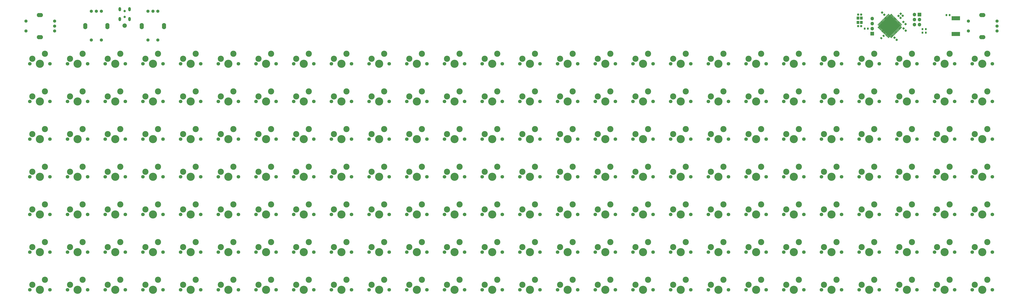
<source format=gbr>
G04 #@! TF.GenerationSoftware,KiCad,Pcbnew,(6.0.0-0)*
G04 #@! TF.CreationDate,2021-12-27T00:14:13+03:00*
G04 #@! TF.ProjectId,fu_keyboard,66755f6b-6579-4626-9f61-72642e6b6963,rev?*
G04 #@! TF.SameCoordinates,Original*
G04 #@! TF.FileFunction,Soldermask,Top*
G04 #@! TF.FilePolarity,Negative*
%FSLAX46Y46*%
G04 Gerber Fmt 4.6, Leading zero omitted, Abs format (unit mm)*
G04 Created by KiCad (PCBNEW (6.0.0-0)) date 2021-12-27 00:14:13*
%MOMM*%
%LPD*%
G01*
G04 APERTURE LIST*
G04 Aperture macros list*
%AMRoundRect*
0 Rectangle with rounded corners*
0 $1 Rounding radius*
0 $2 $3 $4 $5 $6 $7 $8 $9 X,Y pos of 4 corners*
0 Add a 4 corners polygon primitive as box body*
4,1,4,$2,$3,$4,$5,$6,$7,$8,$9,$2,$3,0*
0 Add four circle primitives for the rounded corners*
1,1,$1+$1,$2,$3*
1,1,$1+$1,$4,$5*
1,1,$1+$1,$6,$7*
1,1,$1+$1,$8,$9*
0 Add four rect primitives between the rounded corners*
20,1,$1+$1,$2,$3,$4,$5,0*
20,1,$1+$1,$4,$5,$6,$7,0*
20,1,$1+$1,$6,$7,$8,$9,0*
20,1,$1+$1,$8,$9,$2,$3,0*%
%AMFreePoly0*
4,1,27,0.331129,0.172118,0.375323,0.153812,0.391868,0.142756,0.455256,0.079368,0.466312,0.062823,0.484618,0.018629,0.488500,-0.000888,0.488500,-0.062500,0.484618,-0.082017,0.466312,-0.126211,0.438711,-0.153812,0.394517,-0.172118,0.375000,-0.176000,-0.375000,-0.176000,-0.394517,-0.172118,-0.438711,-0.153812,-0.466312,-0.126211,-0.484618,-0.082017,-0.488500,-0.062500,-0.488500,0.062500,
-0.484618,0.082017,-0.466312,0.126211,-0.438711,0.153812,-0.394517,0.172118,-0.375000,0.176000,0.311612,0.176000,0.331129,0.172118,0.331129,0.172118,$1*%
%AMFreePoly1*
4,1,27,0.394517,0.172118,0.438711,0.153812,0.466312,0.126211,0.484618,0.082017,0.488500,0.062500,0.488500,0.000888,0.484618,-0.018629,0.466312,-0.062823,0.455256,-0.079368,0.391868,-0.142756,0.375323,-0.153812,0.331129,-0.172118,0.311612,-0.176000,-0.375000,-0.176000,-0.394517,-0.172118,-0.438711,-0.153812,-0.466312,-0.126211,-0.484618,-0.082017,-0.488500,-0.062500,-0.488500,0.062500,
-0.484618,0.082017,-0.466312,0.126211,-0.438711,0.153812,-0.394517,0.172118,-0.375000,0.176000,0.375000,0.176000,0.394517,0.172118,0.394517,0.172118,$1*%
%AMFreePoly2*
4,1,27,0.082017,0.484618,0.126211,0.466312,0.153812,0.438711,0.172118,0.394517,0.176000,0.375000,0.176000,-0.375000,0.172118,-0.394517,0.153812,-0.438711,0.126211,-0.466312,0.082017,-0.484618,0.062500,-0.488500,-0.062500,-0.488500,-0.082017,-0.484618,-0.126211,-0.466312,-0.153812,-0.438711,-0.172118,-0.394517,-0.176000,-0.375000,-0.176000,0.311612,-0.172118,0.331129,-0.153812,0.375323,
-0.142756,0.391868,-0.079368,0.455256,-0.062823,0.466312,-0.018629,0.484618,0.000888,0.488500,0.062500,0.488500,0.082017,0.484618,0.082017,0.484618,$1*%
%AMFreePoly3*
4,1,27,0.018629,0.484618,0.062823,0.466312,0.079368,0.455256,0.142756,0.391868,0.153812,0.375323,0.172118,0.331129,0.176000,0.311612,0.176000,-0.375000,0.172118,-0.394517,0.153812,-0.438711,0.126211,-0.466312,0.082017,-0.484618,0.062500,-0.488500,-0.062500,-0.488500,-0.082017,-0.484618,-0.126211,-0.466312,-0.153812,-0.438711,-0.172118,-0.394517,-0.176000,-0.375000,-0.176000,0.375000,
-0.172118,0.394517,-0.153812,0.438711,-0.126211,0.466312,-0.082017,0.484618,-0.062500,0.488500,-0.000888,0.488500,0.018629,0.484618,0.018629,0.484618,$1*%
%AMFreePoly4*
4,1,27,0.394517,0.172118,0.438711,0.153812,0.466312,0.126211,0.484618,0.082017,0.488500,0.062500,0.488500,-0.062500,0.484618,-0.082017,0.466312,-0.126211,0.438711,-0.153812,0.394517,-0.172118,0.375000,-0.176000,-0.311612,-0.176000,-0.331129,-0.172118,-0.375323,-0.153812,-0.391868,-0.142756,-0.455256,-0.079368,-0.466312,-0.062823,-0.484618,-0.018629,-0.488500,0.000888,-0.488500,0.062500,
-0.484618,0.082017,-0.466312,0.126211,-0.438711,0.153812,-0.394517,0.172118,-0.375000,0.176000,0.375000,0.176000,0.394517,0.172118,0.394517,0.172118,$1*%
%AMFreePoly5*
4,1,27,0.394517,0.172118,0.438711,0.153812,0.466312,0.126211,0.484618,0.082017,0.488500,0.062500,0.488500,-0.062500,0.484618,-0.082017,0.466312,-0.126211,0.438711,-0.153812,0.394517,-0.172118,0.375000,-0.176000,-0.375000,-0.176000,-0.394517,-0.172118,-0.438711,-0.153812,-0.466312,-0.126211,-0.484618,-0.082017,-0.488500,-0.062500,-0.488500,-0.000888,-0.484618,0.018629,-0.466312,0.062823,
-0.455256,0.079368,-0.391868,0.142756,-0.375323,0.153812,-0.331129,0.172118,-0.311612,0.176000,0.375000,0.176000,0.394517,0.172118,0.394517,0.172118,$1*%
%AMFreePoly6*
4,1,27,0.082017,0.484618,0.126211,0.466312,0.153812,0.438711,0.172118,0.394517,0.176000,0.375000,0.176000,-0.311612,0.172118,-0.331129,0.153812,-0.375323,0.142756,-0.391868,0.079368,-0.455256,0.062823,-0.466312,0.018629,-0.484618,-0.000888,-0.488500,-0.062500,-0.488500,-0.082017,-0.484618,-0.126211,-0.466312,-0.153812,-0.438711,-0.172118,-0.394517,-0.176000,-0.375000,-0.176000,0.375000,
-0.172118,0.394517,-0.153812,0.438711,-0.126211,0.466312,-0.082017,0.484618,-0.062500,0.488500,0.062500,0.488500,0.082017,0.484618,0.082017,0.484618,$1*%
%AMFreePoly7*
4,1,27,0.082017,0.484618,0.126211,0.466312,0.153812,0.438711,0.172118,0.394517,0.176000,0.375000,0.176000,-0.375000,0.172118,-0.394517,0.153812,-0.438711,0.126211,-0.466312,0.082017,-0.484618,0.062500,-0.488500,0.000888,-0.488500,-0.018629,-0.484618,-0.062823,-0.466312,-0.079368,-0.455256,-0.142756,-0.391868,-0.153812,-0.375323,-0.172118,-0.331129,-0.176000,-0.311612,-0.176000,0.375000,
-0.172118,0.394517,-0.153812,0.438711,-0.126211,0.466312,-0.082017,0.484618,-0.062500,0.488500,0.062500,0.488500,0.082017,0.484618,0.082017,0.484618,$1*%
G04 Aperture macros list end*
%ADD10O,1.302000X2.102000*%
%ADD11C,2.202000*%
%ADD12C,1.202000*%
%ADD13C,1.602000*%
%ADD14O,3.102000X2.102000*%
%ADD15O,2.102000X3.102000*%
%ADD16FreePoly0,225.000000*%
%ADD17RoundRect,0.113500X0.220971X0.309359X-0.309359X-0.220971X-0.220971X-0.309359X0.309359X0.220971X0*%
%ADD18FreePoly1,225.000000*%
%ADD19FreePoly2,225.000000*%
%ADD20RoundRect,0.113500X-0.220971X0.309359X-0.309359X0.220971X0.220971X-0.309359X0.309359X-0.220971X0*%
%ADD21FreePoly3,225.000000*%
%ADD22FreePoly4,225.000000*%
%ADD23FreePoly5,225.000000*%
%ADD24FreePoly6,225.000000*%
%ADD25FreePoly7,225.000000*%
%ADD26RoundRect,0.051000X0.000000X5.303301X-5.303301X0.000000X0.000000X-5.303301X5.303301X0.000000X0*%
%ADD27RoundRect,0.276000X0.225000X0.250000X-0.225000X0.250000X-0.225000X-0.250000X0.225000X-0.250000X0*%
%ADD28RoundRect,0.276000X-0.017678X0.335876X-0.335876X0.017678X0.017678X-0.335876X0.335876X-0.017678X0*%
%ADD29RoundRect,0.251000X0.200000X0.275000X-0.200000X0.275000X-0.200000X-0.275000X0.200000X-0.275000X0*%
%ADD30RoundRect,0.251000X-0.200000X-0.275000X0.200000X-0.275000X0.200000X0.275000X-0.200000X0.275000X0*%
%ADD31RoundRect,0.251000X-0.053033X0.335876X-0.335876X0.053033X0.053033X-0.335876X0.335876X-0.053033X0*%
%ADD32RoundRect,0.051000X-0.850000X-0.850000X0.850000X-0.850000X0.850000X0.850000X-0.850000X0.850000X0*%
%ADD33O,1.802000X1.802000*%
%ADD34RoundRect,0.051000X0.600000X-0.700000X0.600000X0.700000X-0.600000X0.700000X-0.600000X-0.700000X0*%
%ADD35RoundRect,0.276000X-0.335876X-0.017678X-0.017678X-0.335876X0.335876X0.017678X0.017678X0.335876X0*%
%ADD36RoundRect,0.276000X0.335876X0.017678X0.017678X0.335876X-0.335876X-0.017678X-0.017678X-0.335876X0*%
%ADD37RoundRect,0.276000X0.017678X-0.335876X0.335876X-0.017678X-0.017678X0.335876X-0.335876X0.017678X0*%
%ADD38RoundRect,0.051000X-2.100000X1.000000X-2.100000X-1.000000X2.100000X-1.000000X2.100000X1.000000X0*%
%ADD39C,1.802000*%
%ADD40C,3.102000*%
%ADD41C,4.102000*%
%ADD42RoundRect,0.051000X0.850000X0.850000X-0.850000X0.850000X-0.850000X-0.850000X0.850000X-0.850000X0*%
G04 APERTURE END LIST*
D10*
X78512500Y-34555000D03*
X83412500Y-29555000D03*
X83412500Y-34555000D03*
X78512500Y-29555000D03*
D11*
X80962500Y-37855000D03*
D12*
X80962500Y-33455000D03*
X80962500Y-30455000D03*
D13*
X45600000Y-40600000D03*
X45600000Y-35600000D03*
X45600000Y-38100000D03*
D14*
X38100000Y-32500000D03*
X38100000Y-43700000D03*
D13*
X31100000Y-35600000D03*
X31100000Y-40600000D03*
X69175000Y-30600000D03*
X64175000Y-30600000D03*
X66675000Y-30600000D03*
D15*
X61075000Y-38100000D03*
X72275000Y-38100000D03*
D13*
X64175000Y-45100000D03*
X69175000Y-45100000D03*
X97750000Y-30600000D03*
X92750000Y-30600000D03*
X95250000Y-30600000D03*
D15*
X89650000Y-38100000D03*
X100850000Y-38100000D03*
D13*
X92750000Y-45100000D03*
X97750000Y-45100000D03*
X521850000Y-40600000D03*
X521850000Y-35600000D03*
X521850000Y-38100000D03*
D14*
X514350000Y-32500000D03*
X514350000Y-43700000D03*
D13*
X507350000Y-35600000D03*
X507350000Y-40600000D03*
D16*
X473449259Y-37568042D03*
D17*
X473095706Y-37214488D03*
X472742152Y-36860935D03*
X472388599Y-36507382D03*
X472035046Y-36153828D03*
X471681492Y-35800275D03*
X471327939Y-35446721D03*
X470974385Y-35093168D03*
X470620832Y-34739615D03*
X470267279Y-34386061D03*
X469913725Y-34032508D03*
X469560172Y-33678954D03*
X469206618Y-33325401D03*
X468853065Y-32971848D03*
X468499512Y-32618294D03*
D18*
X468145958Y-32264741D03*
D19*
X467209042Y-32264741D03*
D20*
X466855488Y-32618294D03*
X466501935Y-32971848D03*
X466148382Y-33325401D03*
X465794828Y-33678954D03*
X465441275Y-34032508D03*
X465087721Y-34386061D03*
X464734168Y-34739615D03*
X464380615Y-35093168D03*
X464027061Y-35446721D03*
X463673508Y-35800275D03*
X463319954Y-36153828D03*
X462966401Y-36507382D03*
X462612848Y-36860935D03*
X462259294Y-37214488D03*
D21*
X461905741Y-37568042D03*
D22*
X461905741Y-38504958D03*
D17*
X462259294Y-38858512D03*
X462612848Y-39212065D03*
X462966401Y-39565618D03*
X463319954Y-39919172D03*
X463673508Y-40272725D03*
X464027061Y-40626279D03*
X464380615Y-40979832D03*
X464734168Y-41333385D03*
X465087721Y-41686939D03*
X465441275Y-42040492D03*
X465794828Y-42394046D03*
X466148382Y-42747599D03*
X466501935Y-43101152D03*
X466855488Y-43454706D03*
D23*
X467209042Y-43808259D03*
D24*
X468145958Y-43808259D03*
D20*
X468499512Y-43454706D03*
X468853065Y-43101152D03*
X469206618Y-42747599D03*
X469560172Y-42394046D03*
X469913725Y-42040492D03*
X470267279Y-41686939D03*
X470620832Y-41333385D03*
X470974385Y-40979832D03*
X471327939Y-40626279D03*
X471681492Y-40272725D03*
X472035046Y-39919172D03*
X472388599Y-39565618D03*
X472742152Y-39212065D03*
X473095706Y-38858512D03*
D25*
X473449259Y-38504958D03*
D26*
X467677500Y-38036500D03*
D27*
X453212500Y-38100000D03*
X451662500Y-38100000D03*
X453212500Y-32258000D03*
X451662500Y-32258000D03*
D28*
X474181808Y-32852992D03*
X473085792Y-33949008D03*
D29*
X456564500Y-39370000D03*
X454914500Y-39370000D03*
D30*
X484188000Y-39624000D03*
X485838000Y-39624000D03*
D29*
X485838000Y-41402000D03*
X484188000Y-41402000D03*
D31*
X464514363Y-43041137D03*
X463347637Y-44207863D03*
D32*
X458724000Y-41910000D03*
D33*
X458724000Y-39370000D03*
X458724000Y-36830000D03*
X458724000Y-34290000D03*
D34*
X453287500Y-36279000D03*
X453287500Y-34079000D03*
X451587500Y-34079000D03*
X451587500Y-36279000D03*
D35*
X474491992Y-35952492D03*
X475588008Y-37048508D03*
X470063192Y-43940092D03*
X471159208Y-45036108D03*
D36*
X464860008Y-32310708D03*
X463763992Y-31214692D03*
D35*
X474609792Y-39329992D03*
X475705808Y-40426008D03*
D37*
X472069792Y-32933008D03*
X473165808Y-31836992D03*
D38*
X501015000Y-34100000D03*
X501015000Y-42100000D03*
D29*
X497903000Y-32538100D03*
X496253000Y-32538100D03*
D39*
X43180000Y-57150000D03*
D40*
X40640000Y-52070000D03*
X34290000Y-54610000D03*
D41*
X38100000Y-57150000D03*
D39*
X33020000Y-57150000D03*
D40*
X53340000Y-54610000D03*
D39*
X52070000Y-57150000D03*
D40*
X59690000Y-52070000D03*
D41*
X57150000Y-57150000D03*
D39*
X62230000Y-57150000D03*
D41*
X76200000Y-57150000D03*
D39*
X71120000Y-57150000D03*
D40*
X78740000Y-52070000D03*
D39*
X81280000Y-57150000D03*
D40*
X72390000Y-54610000D03*
D41*
X95250000Y-57150000D03*
D40*
X97790000Y-52070000D03*
D39*
X100330000Y-57150000D03*
D40*
X91440000Y-54610000D03*
D39*
X90170000Y-57150000D03*
D40*
X110490000Y-54610000D03*
D41*
X114300000Y-57150000D03*
D40*
X116840000Y-52070000D03*
D39*
X109220000Y-57150000D03*
X119380000Y-57150000D03*
D40*
X135890000Y-52070000D03*
D41*
X133350000Y-57150000D03*
D40*
X129540000Y-54610000D03*
D39*
X138430000Y-57150000D03*
X128270000Y-57150000D03*
X147320000Y-57150000D03*
X157480000Y-57150000D03*
D40*
X154940000Y-52070000D03*
D41*
X152400000Y-57150000D03*
D40*
X148590000Y-54610000D03*
D39*
X166370000Y-57150000D03*
X176530000Y-57150000D03*
D40*
X173990000Y-52070000D03*
X167640000Y-54610000D03*
D41*
X171450000Y-57150000D03*
X190500000Y-57150000D03*
D40*
X193040000Y-52070000D03*
X186690000Y-54610000D03*
D39*
X185420000Y-57150000D03*
X195580000Y-57150000D03*
X204470000Y-57150000D03*
D41*
X209550000Y-57150000D03*
D40*
X212090000Y-52070000D03*
D39*
X214630000Y-57150000D03*
D40*
X205740000Y-54610000D03*
D39*
X223520000Y-57150000D03*
D41*
X228600000Y-57150000D03*
D39*
X233680000Y-57150000D03*
D40*
X224790000Y-54610000D03*
X231140000Y-52070000D03*
D39*
X242570000Y-57150000D03*
X252730000Y-57150000D03*
D40*
X243840000Y-54610000D03*
D41*
X247650000Y-57150000D03*
D40*
X250190000Y-52070000D03*
D41*
X266700000Y-57150000D03*
D39*
X271780000Y-57150000D03*
X261620000Y-57150000D03*
D40*
X262890000Y-54610000D03*
X269240000Y-52070000D03*
D39*
X290830000Y-57150000D03*
X280670000Y-57150000D03*
D40*
X288290000Y-52070000D03*
X281940000Y-54610000D03*
D41*
X285750000Y-57150000D03*
D40*
X300990000Y-54610000D03*
D39*
X299720000Y-57150000D03*
X309880000Y-57150000D03*
D41*
X304800000Y-57150000D03*
D40*
X307340000Y-52070000D03*
X320040000Y-54610000D03*
D39*
X318770000Y-57150000D03*
D41*
X323850000Y-57150000D03*
D39*
X328930000Y-57150000D03*
D40*
X326390000Y-52070000D03*
D41*
X342900000Y-57150000D03*
D39*
X337820000Y-57150000D03*
D40*
X345440000Y-52070000D03*
X339090000Y-54610000D03*
D39*
X347980000Y-57150000D03*
D40*
X364490000Y-52070000D03*
D39*
X356870000Y-57150000D03*
D40*
X358140000Y-54610000D03*
D39*
X367030000Y-57150000D03*
D41*
X361950000Y-57150000D03*
D40*
X377190000Y-54610000D03*
X383540000Y-52070000D03*
D39*
X386080000Y-57150000D03*
X375920000Y-57150000D03*
D41*
X381000000Y-57150000D03*
D39*
X405130000Y-57150000D03*
D41*
X400050000Y-57150000D03*
D39*
X394970000Y-57150000D03*
D40*
X396240000Y-54610000D03*
X402590000Y-52070000D03*
X421640000Y-52070000D03*
X415290000Y-54610000D03*
D41*
X419100000Y-57150000D03*
D39*
X424180000Y-57150000D03*
X414020000Y-57150000D03*
D40*
X440690000Y-52070000D03*
D39*
X443230000Y-57150000D03*
D41*
X438150000Y-57150000D03*
D39*
X433070000Y-57150000D03*
D40*
X434340000Y-54610000D03*
X459740000Y-52070000D03*
D41*
X457200000Y-57150000D03*
D39*
X462280000Y-57150000D03*
X452120000Y-57150000D03*
D40*
X453390000Y-54610000D03*
X472440000Y-54610000D03*
D41*
X476250000Y-57150000D03*
D39*
X481330000Y-57150000D03*
D40*
X478790000Y-52070000D03*
D39*
X471170000Y-57150000D03*
D40*
X497840000Y-52070000D03*
D39*
X500380000Y-57150000D03*
D41*
X495300000Y-57150000D03*
D39*
X490220000Y-57150000D03*
D40*
X491490000Y-54610000D03*
X516890000Y-52070000D03*
D39*
X519430000Y-57150000D03*
D40*
X510540000Y-54610000D03*
D39*
X509270000Y-57150000D03*
D41*
X514350000Y-57150000D03*
D39*
X33020000Y-76200000D03*
D40*
X34290000Y-73660000D03*
D41*
X38100000Y-76200000D03*
D40*
X40640000Y-71120000D03*
D39*
X43180000Y-76200000D03*
D40*
X59690000Y-71120000D03*
D39*
X62230000Y-76200000D03*
D40*
X53340000Y-73660000D03*
D39*
X52070000Y-76200000D03*
D41*
X57150000Y-76200000D03*
D39*
X71120000Y-76200000D03*
D41*
X76200000Y-76200000D03*
D39*
X81280000Y-76200000D03*
D40*
X78740000Y-71120000D03*
X72390000Y-73660000D03*
D39*
X90170000Y-76200000D03*
D40*
X91440000Y-73660000D03*
X97790000Y-71120000D03*
D41*
X95250000Y-76200000D03*
D39*
X100330000Y-76200000D03*
D40*
X116840000Y-71120000D03*
D41*
X114300000Y-76200000D03*
D39*
X119380000Y-76200000D03*
D40*
X110490000Y-73660000D03*
D39*
X109220000Y-76200000D03*
D41*
X133350000Y-76200000D03*
D39*
X128270000Y-76200000D03*
D40*
X129540000Y-73660000D03*
X135890000Y-71120000D03*
D39*
X138430000Y-76200000D03*
X157480000Y-76200000D03*
D40*
X154940000Y-71120000D03*
D39*
X147320000Y-76200000D03*
D40*
X148590000Y-73660000D03*
D41*
X152400000Y-76200000D03*
D40*
X167640000Y-73660000D03*
D39*
X176530000Y-76200000D03*
X166370000Y-76200000D03*
D40*
X173990000Y-71120000D03*
D41*
X171450000Y-76200000D03*
D40*
X186690000Y-73660000D03*
D41*
X190500000Y-76200000D03*
D39*
X185420000Y-76200000D03*
D40*
X193040000Y-71120000D03*
D39*
X195580000Y-76200000D03*
X214630000Y-76200000D03*
D40*
X212090000Y-71120000D03*
D39*
X204470000Y-76200000D03*
D41*
X209550000Y-76200000D03*
D40*
X205740000Y-73660000D03*
D39*
X223520000Y-76200000D03*
D41*
X228600000Y-76200000D03*
D39*
X233680000Y-76200000D03*
D40*
X231140000Y-71120000D03*
X224790000Y-73660000D03*
D41*
X247650000Y-76200000D03*
D40*
X243840000Y-73660000D03*
D39*
X242570000Y-76200000D03*
X252730000Y-76200000D03*
D40*
X250190000Y-71120000D03*
D41*
X266700000Y-76200000D03*
D39*
X261620000Y-76200000D03*
X271780000Y-76200000D03*
D40*
X262890000Y-73660000D03*
X269240000Y-71120000D03*
X288290000Y-71120000D03*
D41*
X285750000Y-76200000D03*
D39*
X290830000Y-76200000D03*
D40*
X281940000Y-73660000D03*
D39*
X280670000Y-76200000D03*
D41*
X304800000Y-76200000D03*
D39*
X309880000Y-76200000D03*
D40*
X307340000Y-71120000D03*
X300990000Y-73660000D03*
D39*
X299720000Y-76200000D03*
X328930000Y-76200000D03*
X318770000Y-76200000D03*
D40*
X320040000Y-73660000D03*
X326390000Y-71120000D03*
D41*
X323850000Y-76200000D03*
D40*
X345440000Y-71120000D03*
D39*
X337820000Y-76200000D03*
D41*
X342900000Y-76200000D03*
D40*
X339090000Y-73660000D03*
D39*
X347980000Y-76200000D03*
D41*
X361950000Y-76200000D03*
D40*
X358140000Y-73660000D03*
D39*
X367030000Y-76200000D03*
D40*
X364490000Y-71120000D03*
D39*
X356870000Y-76200000D03*
D40*
X383540000Y-71120000D03*
D41*
X381000000Y-76200000D03*
D39*
X375920000Y-76200000D03*
X386080000Y-76200000D03*
D40*
X377190000Y-73660000D03*
X396240000Y-73660000D03*
X402590000Y-71120000D03*
D41*
X400050000Y-76200000D03*
D39*
X394970000Y-76200000D03*
X405130000Y-76200000D03*
D41*
X419100000Y-76200000D03*
D40*
X415290000Y-73660000D03*
X421640000Y-71120000D03*
D39*
X424180000Y-76200000D03*
X414020000Y-76200000D03*
D40*
X434340000Y-73660000D03*
D39*
X433070000Y-76200000D03*
X443230000Y-76200000D03*
D41*
X438150000Y-76200000D03*
D40*
X440690000Y-71120000D03*
D39*
X452120000Y-76200000D03*
X462280000Y-76200000D03*
D40*
X459740000Y-71120000D03*
D41*
X457200000Y-76200000D03*
D40*
X453390000Y-73660000D03*
D39*
X471170000Y-76200000D03*
D40*
X472440000Y-73660000D03*
D39*
X481330000Y-76200000D03*
D41*
X476250000Y-76200000D03*
D40*
X478790000Y-71120000D03*
D39*
X490220000Y-76200000D03*
D40*
X491490000Y-73660000D03*
X497840000Y-71120000D03*
D41*
X495300000Y-76200000D03*
D39*
X500380000Y-76200000D03*
X509270000Y-76200000D03*
X519430000Y-76200000D03*
D40*
X516890000Y-71120000D03*
D41*
X514350000Y-76200000D03*
D40*
X510540000Y-73660000D03*
X34290000Y-92710000D03*
D41*
X38100000Y-95250000D03*
D39*
X43180000Y-95250000D03*
D40*
X40640000Y-90170000D03*
D39*
X33020000Y-95250000D03*
X52070000Y-95250000D03*
D40*
X53340000Y-92710000D03*
D39*
X62230000Y-95250000D03*
D40*
X59690000Y-90170000D03*
D41*
X57150000Y-95250000D03*
D40*
X72390000Y-92710000D03*
D39*
X71120000Y-95250000D03*
X81280000Y-95250000D03*
D41*
X76200000Y-95250000D03*
D40*
X78740000Y-90170000D03*
X91440000Y-92710000D03*
D39*
X100330000Y-95250000D03*
D40*
X97790000Y-90170000D03*
D41*
X95250000Y-95250000D03*
D39*
X90170000Y-95250000D03*
D40*
X116840000Y-90170000D03*
D41*
X114300000Y-95250000D03*
D40*
X110490000Y-92710000D03*
D39*
X109220000Y-95250000D03*
X119380000Y-95250000D03*
X128270000Y-95250000D03*
D40*
X135890000Y-90170000D03*
D41*
X133350000Y-95250000D03*
D39*
X138430000Y-95250000D03*
D40*
X129540000Y-92710000D03*
X148590000Y-92710000D03*
D41*
X152400000Y-95250000D03*
D40*
X154940000Y-90170000D03*
D39*
X157480000Y-95250000D03*
X147320000Y-95250000D03*
X166370000Y-95250000D03*
X176530000Y-95250000D03*
D40*
X167640000Y-92710000D03*
X173990000Y-90170000D03*
D41*
X171450000Y-95250000D03*
D39*
X185420000Y-95250000D03*
D41*
X190500000Y-95250000D03*
D40*
X186690000Y-92710000D03*
D39*
X195580000Y-95250000D03*
D40*
X193040000Y-90170000D03*
D41*
X209550000Y-95250000D03*
D39*
X204470000Y-95250000D03*
D40*
X212090000Y-90170000D03*
D39*
X214630000Y-95250000D03*
D40*
X205740000Y-92710000D03*
X224790000Y-92710000D03*
D41*
X228600000Y-95250000D03*
D39*
X223520000Y-95250000D03*
X233680000Y-95250000D03*
D40*
X231140000Y-90170000D03*
X250190000Y-90170000D03*
D39*
X252730000Y-95250000D03*
X242570000Y-95250000D03*
D40*
X243840000Y-92710000D03*
D41*
X247650000Y-95250000D03*
X266700000Y-95250000D03*
D39*
X261620000Y-95250000D03*
D40*
X262890000Y-92710000D03*
D39*
X271780000Y-95250000D03*
D40*
X269240000Y-90170000D03*
D39*
X290830000Y-95250000D03*
D40*
X288290000Y-90170000D03*
D41*
X285750000Y-95250000D03*
D39*
X280670000Y-95250000D03*
D40*
X281940000Y-92710000D03*
X300990000Y-92710000D03*
D39*
X309880000Y-95250000D03*
D40*
X307340000Y-90170000D03*
D39*
X299720000Y-95250000D03*
D41*
X304800000Y-95250000D03*
D40*
X326390000Y-90170000D03*
D39*
X328930000Y-95250000D03*
X318770000Y-95250000D03*
D41*
X323850000Y-95250000D03*
D40*
X320040000Y-92710000D03*
D39*
X347980000Y-95250000D03*
D40*
X345440000Y-90170000D03*
X339090000Y-92710000D03*
D39*
X337820000Y-95250000D03*
D41*
X342900000Y-95250000D03*
D40*
X358140000Y-92710000D03*
D39*
X367030000Y-95250000D03*
X356870000Y-95250000D03*
D40*
X364490000Y-90170000D03*
D41*
X361950000Y-95250000D03*
X381000000Y-95250000D03*
D39*
X386080000Y-95250000D03*
D40*
X377190000Y-92710000D03*
X383540000Y-90170000D03*
D39*
X375920000Y-95250000D03*
X394970000Y-95250000D03*
D40*
X402590000Y-90170000D03*
X396240000Y-92710000D03*
D39*
X405130000Y-95250000D03*
D41*
X400050000Y-95250000D03*
D40*
X421640000Y-90170000D03*
D39*
X414020000Y-95250000D03*
D41*
X419100000Y-95250000D03*
D39*
X424180000Y-95250000D03*
D40*
X415290000Y-92710000D03*
D39*
X443230000Y-95250000D03*
D40*
X434340000Y-92710000D03*
D39*
X433070000Y-95250000D03*
D40*
X440690000Y-90170000D03*
D41*
X438150000Y-95250000D03*
D40*
X459740000Y-90170000D03*
X453390000Y-92710000D03*
D39*
X462280000Y-95250000D03*
X452120000Y-95250000D03*
D41*
X457200000Y-95250000D03*
X476250000Y-95250000D03*
D40*
X472440000Y-92710000D03*
D39*
X471170000Y-95250000D03*
D40*
X478790000Y-90170000D03*
D39*
X481330000Y-95250000D03*
D41*
X495300000Y-95250000D03*
D40*
X497840000Y-90170000D03*
D39*
X500380000Y-95250000D03*
X490220000Y-95250000D03*
D40*
X491490000Y-92710000D03*
X510540000Y-92710000D03*
D41*
X514350000Y-95250000D03*
D39*
X509270000Y-95250000D03*
D40*
X516890000Y-90170000D03*
D39*
X519430000Y-95250000D03*
D40*
X40640000Y-109220000D03*
D39*
X43180000Y-114300000D03*
X33020000Y-114300000D03*
D40*
X34290000Y-111760000D03*
D41*
X38100000Y-114300000D03*
D40*
X53340000Y-111760000D03*
D39*
X62230000Y-114300000D03*
D41*
X57150000Y-114300000D03*
D39*
X52070000Y-114300000D03*
D40*
X59690000Y-109220000D03*
D39*
X81280000Y-114300000D03*
X71120000Y-114300000D03*
D41*
X76200000Y-114300000D03*
D40*
X72390000Y-111760000D03*
X78740000Y-109220000D03*
D39*
X90170000Y-114300000D03*
D40*
X97790000Y-109220000D03*
D41*
X95250000Y-114300000D03*
D40*
X91440000Y-111760000D03*
D39*
X100330000Y-114300000D03*
X109220000Y-114300000D03*
X119380000Y-114300000D03*
D40*
X116840000Y-109220000D03*
D41*
X114300000Y-114300000D03*
D40*
X110490000Y-111760000D03*
D39*
X138430000Y-114300000D03*
D41*
X133350000Y-114300000D03*
D40*
X129540000Y-111760000D03*
X135890000Y-109220000D03*
D39*
X128270000Y-114300000D03*
X147320000Y-114300000D03*
D40*
X148590000Y-111760000D03*
X154940000Y-109220000D03*
D39*
X157480000Y-114300000D03*
D41*
X152400000Y-114300000D03*
D39*
X176530000Y-114300000D03*
X166370000Y-114300000D03*
D40*
X173990000Y-109220000D03*
D41*
X171450000Y-114300000D03*
D40*
X167640000Y-111760000D03*
X193040000Y-109220000D03*
D41*
X190500000Y-114300000D03*
D39*
X185420000Y-114300000D03*
D40*
X186690000Y-111760000D03*
D39*
X195580000Y-114300000D03*
X204470000Y-114300000D03*
X214630000Y-114300000D03*
D40*
X205740000Y-111760000D03*
D41*
X209550000Y-114300000D03*
D40*
X212090000Y-109220000D03*
X231140000Y-109220000D03*
D41*
X228600000Y-114300000D03*
D39*
X223520000Y-114300000D03*
D40*
X224790000Y-111760000D03*
D39*
X233680000Y-114300000D03*
X242570000Y-114300000D03*
D40*
X250190000Y-109220000D03*
D39*
X252730000Y-114300000D03*
D41*
X247650000Y-114300000D03*
D40*
X243840000Y-111760000D03*
D39*
X271780000Y-114300000D03*
X261620000Y-114300000D03*
D40*
X262890000Y-111760000D03*
D41*
X266700000Y-114300000D03*
D40*
X269240000Y-109220000D03*
D39*
X290830000Y-114300000D03*
X280670000Y-114300000D03*
D41*
X285750000Y-114300000D03*
D40*
X288290000Y-109220000D03*
X281940000Y-111760000D03*
X307340000Y-109220000D03*
D39*
X299720000Y-114300000D03*
D41*
X304800000Y-114300000D03*
D40*
X300990000Y-111760000D03*
D39*
X309880000Y-114300000D03*
X328930000Y-114300000D03*
X318770000Y-114300000D03*
D40*
X326390000Y-109220000D03*
X320040000Y-111760000D03*
D41*
X323850000Y-114300000D03*
D40*
X339090000Y-111760000D03*
D39*
X337820000Y-114300000D03*
X347980000Y-114300000D03*
D41*
X342900000Y-114300000D03*
D40*
X345440000Y-109220000D03*
X364490000Y-109220000D03*
X358140000Y-111760000D03*
D39*
X367030000Y-114300000D03*
D41*
X361950000Y-114300000D03*
D39*
X356870000Y-114300000D03*
D40*
X377190000Y-111760000D03*
D39*
X386080000Y-114300000D03*
X375920000Y-114300000D03*
D41*
X381000000Y-114300000D03*
D40*
X383540000Y-109220000D03*
D41*
X400050000Y-114300000D03*
D40*
X402590000Y-109220000D03*
D39*
X394970000Y-114300000D03*
X405130000Y-114300000D03*
D40*
X396240000Y-111760000D03*
D39*
X424180000Y-114300000D03*
D41*
X419100000Y-114300000D03*
D40*
X421640000Y-109220000D03*
D39*
X414020000Y-114300000D03*
D40*
X415290000Y-111760000D03*
X440690000Y-109220000D03*
D39*
X443230000Y-114300000D03*
D41*
X438150000Y-114300000D03*
D40*
X434340000Y-111760000D03*
D39*
X433070000Y-114300000D03*
D40*
X459740000Y-109220000D03*
D41*
X457200000Y-114300000D03*
D39*
X462280000Y-114300000D03*
D40*
X453390000Y-111760000D03*
D39*
X452120000Y-114300000D03*
D40*
X472440000Y-111760000D03*
D41*
X476250000Y-114300000D03*
D40*
X478790000Y-109220000D03*
D39*
X471170000Y-114300000D03*
X481330000Y-114300000D03*
X500380000Y-114300000D03*
X490220000Y-114300000D03*
D40*
X497840000Y-109220000D03*
D41*
X495300000Y-114300000D03*
D40*
X491490000Y-111760000D03*
X516890000Y-109220000D03*
D39*
X519430000Y-114300000D03*
D41*
X514350000Y-114300000D03*
D40*
X510540000Y-111760000D03*
D39*
X509270000Y-114300000D03*
X33020000Y-133350000D03*
D40*
X34290000Y-130810000D03*
D39*
X43180000Y-133350000D03*
D41*
X38100000Y-133350000D03*
D40*
X40640000Y-128270000D03*
D41*
X57150000Y-133350000D03*
D40*
X53340000Y-130810000D03*
D39*
X52070000Y-133350000D03*
D40*
X59690000Y-128270000D03*
D39*
X62230000Y-133350000D03*
X71120000Y-133350000D03*
X81280000Y-133350000D03*
D40*
X72390000Y-130810000D03*
D41*
X76200000Y-133350000D03*
D40*
X78740000Y-128270000D03*
X91440000Y-130810000D03*
D39*
X100330000Y-133350000D03*
D41*
X95250000Y-133350000D03*
D39*
X90170000Y-133350000D03*
D40*
X97790000Y-128270000D03*
D41*
X114300000Y-133350000D03*
D40*
X110490000Y-130810000D03*
X116840000Y-128270000D03*
D39*
X119380000Y-133350000D03*
X109220000Y-133350000D03*
D40*
X129540000Y-130810000D03*
X135890000Y-128270000D03*
D41*
X133350000Y-133350000D03*
D39*
X138430000Y-133350000D03*
X128270000Y-133350000D03*
X147320000Y-133350000D03*
D41*
X152400000Y-133350000D03*
D39*
X157480000Y-133350000D03*
D40*
X154940000Y-128270000D03*
X148590000Y-130810000D03*
X167640000Y-130810000D03*
D39*
X176530000Y-133350000D03*
X166370000Y-133350000D03*
D41*
X171450000Y-133350000D03*
D40*
X173990000Y-128270000D03*
D41*
X190500000Y-133350000D03*
D40*
X186690000Y-130810000D03*
D39*
X185420000Y-133350000D03*
D40*
X193040000Y-128270000D03*
D39*
X195580000Y-133350000D03*
X214630000Y-133350000D03*
D40*
X205740000Y-130810000D03*
X212090000Y-128270000D03*
D41*
X209550000Y-133350000D03*
D39*
X204470000Y-133350000D03*
D40*
X231140000Y-128270000D03*
X224790000Y-130810000D03*
D39*
X233680000Y-133350000D03*
X223520000Y-133350000D03*
D41*
X228600000Y-133350000D03*
D39*
X242570000Y-133350000D03*
D40*
X243840000Y-130810000D03*
D41*
X247650000Y-133350000D03*
D40*
X250190000Y-128270000D03*
D39*
X252730000Y-133350000D03*
X271780000Y-133350000D03*
D40*
X262890000Y-130810000D03*
D39*
X261620000Y-133350000D03*
D40*
X269240000Y-128270000D03*
D41*
X266700000Y-133350000D03*
X285750000Y-133350000D03*
D39*
X290830000Y-133350000D03*
D40*
X281940000Y-130810000D03*
X288290000Y-128270000D03*
D39*
X280670000Y-133350000D03*
D40*
X300990000Y-130810000D03*
D39*
X309880000Y-133350000D03*
D41*
X304800000Y-133350000D03*
D40*
X307340000Y-128270000D03*
D39*
X299720000Y-133350000D03*
D41*
X323850000Y-133350000D03*
D40*
X320040000Y-130810000D03*
X326390000Y-128270000D03*
D39*
X328930000Y-133350000D03*
X318770000Y-133350000D03*
X337820000Y-133350000D03*
X347980000Y-133350000D03*
D40*
X339090000Y-130810000D03*
D41*
X342900000Y-133350000D03*
D40*
X345440000Y-128270000D03*
X364490000Y-128270000D03*
X358140000Y-130810000D03*
D39*
X356870000Y-133350000D03*
X367030000Y-133350000D03*
D41*
X361950000Y-133350000D03*
X381000000Y-133350000D03*
D40*
X383540000Y-128270000D03*
D39*
X386080000Y-133350000D03*
D40*
X377190000Y-130810000D03*
D39*
X375920000Y-133350000D03*
D40*
X402590000Y-128270000D03*
D39*
X405130000Y-133350000D03*
X394970000Y-133350000D03*
D41*
X400050000Y-133350000D03*
D40*
X396240000Y-130810000D03*
X421640000Y-128270000D03*
D39*
X414020000Y-133350000D03*
D40*
X415290000Y-130810000D03*
D41*
X419100000Y-133350000D03*
D39*
X424180000Y-133350000D03*
X433070000Y-133350000D03*
D40*
X440690000Y-128270000D03*
X434340000Y-130810000D03*
D41*
X438150000Y-133350000D03*
D39*
X443230000Y-133350000D03*
X452120000Y-133350000D03*
D40*
X453390000Y-130810000D03*
D41*
X457200000Y-133350000D03*
D39*
X462280000Y-133350000D03*
D40*
X459740000Y-128270000D03*
D41*
X476250000Y-133350000D03*
D39*
X481330000Y-133350000D03*
D40*
X472440000Y-130810000D03*
X478790000Y-128270000D03*
D39*
X471170000Y-133350000D03*
X500380000Y-133350000D03*
D41*
X495300000Y-133350000D03*
D40*
X497840000Y-128270000D03*
X491490000Y-130810000D03*
D39*
X490220000Y-133350000D03*
D40*
X510540000Y-130810000D03*
D39*
X509270000Y-133350000D03*
D40*
X516890000Y-128270000D03*
D41*
X514350000Y-133350000D03*
D39*
X519430000Y-133350000D03*
D40*
X34290000Y-149860000D03*
D39*
X43180000Y-152400000D03*
X33020000Y-152400000D03*
D41*
X38100000Y-152400000D03*
D40*
X40640000Y-147320000D03*
D39*
X52070000Y-152400000D03*
D40*
X59690000Y-147320000D03*
X53340000Y-149860000D03*
D41*
X57150000Y-152400000D03*
D39*
X62230000Y-152400000D03*
X71120000Y-152400000D03*
D41*
X76200000Y-152400000D03*
D40*
X78740000Y-147320000D03*
X72390000Y-149860000D03*
D39*
X81280000Y-152400000D03*
D40*
X91440000Y-149860000D03*
D41*
X95250000Y-152400000D03*
D39*
X90170000Y-152400000D03*
X100330000Y-152400000D03*
D40*
X97790000Y-147320000D03*
D39*
X119380000Y-152400000D03*
D41*
X114300000Y-152400000D03*
D39*
X109220000Y-152400000D03*
D40*
X116840000Y-147320000D03*
X110490000Y-149860000D03*
D39*
X128270000Y-152400000D03*
D40*
X135890000Y-147320000D03*
D41*
X133350000Y-152400000D03*
D40*
X129540000Y-149860000D03*
D39*
X138430000Y-152400000D03*
D40*
X154940000Y-147320000D03*
D41*
X152400000Y-152400000D03*
D39*
X157480000Y-152400000D03*
X147320000Y-152400000D03*
D40*
X148590000Y-149860000D03*
D39*
X166370000Y-152400000D03*
D41*
X171450000Y-152400000D03*
D40*
X167640000Y-149860000D03*
D39*
X176530000Y-152400000D03*
D40*
X173990000Y-147320000D03*
D39*
X185420000Y-152400000D03*
X195580000Y-152400000D03*
D41*
X190500000Y-152400000D03*
D40*
X193040000Y-147320000D03*
X186690000Y-149860000D03*
X212090000Y-147320000D03*
D39*
X214630000Y-152400000D03*
X204470000Y-152400000D03*
D40*
X205740000Y-149860000D03*
D41*
X209550000Y-152400000D03*
X228600000Y-152400000D03*
D39*
X223520000Y-152400000D03*
D40*
X231140000Y-147320000D03*
X224790000Y-149860000D03*
D39*
X233680000Y-152400000D03*
X242570000Y-152400000D03*
X252730000Y-152400000D03*
D41*
X247650000Y-152400000D03*
D40*
X243840000Y-149860000D03*
X250190000Y-147320000D03*
X262890000Y-149860000D03*
D39*
X271780000Y-152400000D03*
D41*
X266700000Y-152400000D03*
D39*
X261620000Y-152400000D03*
D40*
X269240000Y-147320000D03*
X288290000Y-147320000D03*
D39*
X290830000Y-152400000D03*
D41*
X285750000Y-152400000D03*
D39*
X280670000Y-152400000D03*
D40*
X281940000Y-149860000D03*
X300990000Y-149860000D03*
D39*
X299720000Y-152400000D03*
D40*
X307340000Y-147320000D03*
D39*
X309880000Y-152400000D03*
D41*
X304800000Y-152400000D03*
D39*
X328930000Y-152400000D03*
D41*
X323850000Y-152400000D03*
D40*
X320040000Y-149860000D03*
D39*
X318770000Y-152400000D03*
D40*
X326390000Y-147320000D03*
D39*
X347980000Y-152400000D03*
D40*
X345440000Y-147320000D03*
D39*
X337820000Y-152400000D03*
D41*
X342900000Y-152400000D03*
D40*
X339090000Y-149860000D03*
D39*
X367030000Y-152400000D03*
D40*
X358140000Y-149860000D03*
X364490000Y-147320000D03*
D39*
X356870000Y-152400000D03*
D41*
X361950000Y-152400000D03*
D40*
X377190000Y-149860000D03*
D39*
X386080000Y-152400000D03*
X375920000Y-152400000D03*
D41*
X381000000Y-152400000D03*
D40*
X383540000Y-147320000D03*
X402590000Y-147320000D03*
D39*
X394970000Y-152400000D03*
D41*
X400050000Y-152400000D03*
D40*
X396240000Y-149860000D03*
D39*
X405130000Y-152400000D03*
X414020000Y-152400000D03*
X424180000Y-152400000D03*
D40*
X421640000Y-147320000D03*
D41*
X419100000Y-152400000D03*
D40*
X415290000Y-149860000D03*
D41*
X438150000Y-152400000D03*
D40*
X434340000Y-149860000D03*
X440690000Y-147320000D03*
D39*
X433070000Y-152400000D03*
X443230000Y-152400000D03*
D41*
X457200000Y-152400000D03*
D39*
X462280000Y-152400000D03*
X452120000Y-152400000D03*
D40*
X459740000Y-147320000D03*
X453390000Y-149860000D03*
D39*
X481330000Y-152400000D03*
X471170000Y-152400000D03*
D40*
X478790000Y-147320000D03*
D41*
X476250000Y-152400000D03*
D40*
X472440000Y-149860000D03*
X491490000Y-149860000D03*
X497840000Y-147320000D03*
D39*
X500380000Y-152400000D03*
X490220000Y-152400000D03*
D41*
X495300000Y-152400000D03*
D40*
X516890000Y-147320000D03*
X510540000Y-149860000D03*
D39*
X509270000Y-152400000D03*
D41*
X514350000Y-152400000D03*
D39*
X519430000Y-152400000D03*
X43180000Y-171450000D03*
D40*
X34290000Y-168910000D03*
D39*
X33020000Y-171450000D03*
D41*
X38100000Y-171450000D03*
D40*
X40640000Y-166370000D03*
D39*
X62230000Y-171450000D03*
D41*
X57150000Y-171450000D03*
D39*
X52070000Y-171450000D03*
D40*
X53340000Y-168910000D03*
X59690000Y-166370000D03*
X72390000Y-168910000D03*
X78740000Y-166370000D03*
D39*
X71120000Y-171450000D03*
X81280000Y-171450000D03*
D41*
X76200000Y-171450000D03*
D40*
X91440000Y-168910000D03*
X97790000Y-166370000D03*
D39*
X100330000Y-171450000D03*
X90170000Y-171450000D03*
D41*
X95250000Y-171450000D03*
D40*
X116840000Y-166370000D03*
D41*
X114300000Y-171450000D03*
D39*
X109220000Y-171450000D03*
D40*
X110490000Y-168910000D03*
D39*
X119380000Y-171450000D03*
D40*
X135890000Y-166370000D03*
D41*
X133350000Y-171450000D03*
D39*
X138430000Y-171450000D03*
D40*
X129540000Y-168910000D03*
D39*
X128270000Y-171450000D03*
D40*
X154940000Y-166370000D03*
D41*
X152400000Y-171450000D03*
D39*
X157480000Y-171450000D03*
D40*
X148590000Y-168910000D03*
D39*
X147320000Y-171450000D03*
D41*
X171450000Y-171450000D03*
D40*
X173990000Y-166370000D03*
X167640000Y-168910000D03*
D39*
X176530000Y-171450000D03*
X166370000Y-171450000D03*
D40*
X186690000Y-168910000D03*
D41*
X190500000Y-171450000D03*
D39*
X185420000Y-171450000D03*
D40*
X193040000Y-166370000D03*
D39*
X195580000Y-171450000D03*
D41*
X209550000Y-171450000D03*
D40*
X205740000Y-168910000D03*
X212090000Y-166370000D03*
D39*
X204470000Y-171450000D03*
X214630000Y-171450000D03*
D41*
X228600000Y-171450000D03*
D39*
X233680000Y-171450000D03*
X223520000Y-171450000D03*
D40*
X231140000Y-166370000D03*
X224790000Y-168910000D03*
D41*
X247650000Y-171450000D03*
D39*
X252730000Y-171450000D03*
X242570000Y-171450000D03*
D40*
X243840000Y-168910000D03*
X250190000Y-166370000D03*
X262890000Y-168910000D03*
D41*
X266700000Y-171450000D03*
D40*
X269240000Y-166370000D03*
D39*
X261620000Y-171450000D03*
X271780000Y-171450000D03*
D41*
X285750000Y-171450000D03*
D40*
X281940000Y-168910000D03*
X288290000Y-166370000D03*
D39*
X290830000Y-171450000D03*
X280670000Y-171450000D03*
D40*
X300990000Y-168910000D03*
X307340000Y-166370000D03*
D41*
X304800000Y-171450000D03*
D39*
X309880000Y-171450000D03*
X299720000Y-171450000D03*
D40*
X326390000Y-166370000D03*
D39*
X318770000Y-171450000D03*
D41*
X323850000Y-171450000D03*
D39*
X328930000Y-171450000D03*
D40*
X320040000Y-168910000D03*
D39*
X337820000Y-171450000D03*
D41*
X342900000Y-171450000D03*
D40*
X339090000Y-168910000D03*
X345440000Y-166370000D03*
D39*
X347980000Y-171450000D03*
X367030000Y-171450000D03*
D40*
X358140000Y-168910000D03*
D39*
X356870000Y-171450000D03*
D40*
X364490000Y-166370000D03*
D41*
X361950000Y-171450000D03*
D39*
X386080000Y-171450000D03*
D41*
X381000000Y-171450000D03*
D40*
X377190000Y-168910000D03*
X383540000Y-166370000D03*
D39*
X375920000Y-171450000D03*
D40*
X396240000Y-168910000D03*
D39*
X394970000Y-171450000D03*
D40*
X402590000Y-166370000D03*
D39*
X405130000Y-171450000D03*
D41*
X400050000Y-171450000D03*
D40*
X415290000Y-168910000D03*
D41*
X419100000Y-171450000D03*
D39*
X414020000Y-171450000D03*
D40*
X421640000Y-166370000D03*
D39*
X424180000Y-171450000D03*
X433070000Y-171450000D03*
D40*
X440690000Y-166370000D03*
X434340000Y-168910000D03*
D39*
X443230000Y-171450000D03*
D41*
X438150000Y-171450000D03*
D39*
X462280000Y-171450000D03*
D40*
X459740000Y-166370000D03*
X453390000Y-168910000D03*
D41*
X457200000Y-171450000D03*
D39*
X452120000Y-171450000D03*
X471170000Y-171450000D03*
D41*
X476250000Y-171450000D03*
D40*
X472440000Y-168910000D03*
X478790000Y-166370000D03*
D39*
X481330000Y-171450000D03*
D41*
X495300000Y-171450000D03*
D40*
X497840000Y-166370000D03*
D39*
X500380000Y-171450000D03*
X490220000Y-171450000D03*
D40*
X491490000Y-168910000D03*
D42*
X482600000Y-32265500D03*
D33*
X480060000Y-32265500D03*
X482600000Y-34805500D03*
X480060000Y-34805500D03*
X482600000Y-37345500D03*
X480060000Y-37345500D03*
D41*
X514350000Y-171450000D03*
D40*
X516890000Y-166370000D03*
X510540000Y-168910000D03*
D39*
X509270000Y-171450000D03*
X519430000Y-171450000D03*
G36*
X468566677Y-32059659D02*
G01*
X468567350Y-32060984D01*
X468572816Y-32122061D01*
X468615304Y-32176755D01*
X468680778Y-32199852D01*
X468692212Y-32199034D01*
X468694011Y-32199908D01*
X468694154Y-32201903D01*
X468692745Y-32202991D01*
X468677828Y-32205959D01*
X468641500Y-32230232D01*
X468111450Y-32760282D01*
X468087177Y-32796610D01*
X468078692Y-32839265D01*
X468087177Y-32881920D01*
X468111450Y-32918247D01*
X468199559Y-33006356D01*
X468235886Y-33030629D01*
X468278541Y-33039114D01*
X468321196Y-33030629D01*
X468357524Y-33006356D01*
X468887574Y-32476306D01*
X468911847Y-32439978D01*
X468916950Y-32414327D01*
X468918269Y-32412823D01*
X468920231Y-32413213D01*
X468920904Y-32414539D01*
X468926370Y-32475615D01*
X468968858Y-32530309D01*
X469034332Y-32553406D01*
X469045764Y-32552588D01*
X469047563Y-32553462D01*
X469047706Y-32555457D01*
X469046297Y-32556545D01*
X469031381Y-32559513D01*
X468995053Y-32583786D01*
X468465003Y-33113836D01*
X468440730Y-33150164D01*
X468432245Y-33192819D01*
X468440730Y-33235474D01*
X468465003Y-33271801D01*
X468553112Y-33359910D01*
X468589439Y-33384183D01*
X468632094Y-33392668D01*
X468674749Y-33384183D01*
X468711077Y-33359910D01*
X469241127Y-32829860D01*
X469265400Y-32793532D01*
X469270503Y-32767881D01*
X469271822Y-32766377D01*
X469273784Y-32766767D01*
X469274457Y-32768093D01*
X469279923Y-32829168D01*
X469322410Y-32883861D01*
X469387884Y-32906959D01*
X469399317Y-32906141D01*
X469401116Y-32907015D01*
X469401259Y-32909010D01*
X469399850Y-32910098D01*
X469384934Y-32913066D01*
X469348606Y-32937339D01*
X468818556Y-33467389D01*
X468794283Y-33503717D01*
X468785798Y-33546372D01*
X468794283Y-33589027D01*
X468818556Y-33625354D01*
X468906665Y-33713463D01*
X468942992Y-33737736D01*
X468985647Y-33746221D01*
X469028302Y-33737736D01*
X469064630Y-33713463D01*
X469594680Y-33183413D01*
X469618953Y-33147085D01*
X469624056Y-33121434D01*
X469625375Y-33119930D01*
X469627337Y-33120320D01*
X469628010Y-33121646D01*
X469633476Y-33182721D01*
X469675963Y-33237414D01*
X469741437Y-33260512D01*
X469752872Y-33259694D01*
X469754671Y-33260568D01*
X469754814Y-33262563D01*
X469753405Y-33263651D01*
X469738488Y-33266619D01*
X469702160Y-33290892D01*
X469172110Y-33820942D01*
X469147837Y-33857270D01*
X469139352Y-33899925D01*
X469147837Y-33942580D01*
X469172110Y-33978907D01*
X469260219Y-34067016D01*
X469296546Y-34091289D01*
X469339201Y-34099774D01*
X469381856Y-34091289D01*
X469418184Y-34067016D01*
X469948234Y-33536966D01*
X469972507Y-33500638D01*
X469977610Y-33474987D01*
X469978929Y-33473483D01*
X469980891Y-33473873D01*
X469981564Y-33475199D01*
X469987030Y-33536275D01*
X470029518Y-33590969D01*
X470094992Y-33614066D01*
X470106424Y-33613248D01*
X470108223Y-33614122D01*
X470108366Y-33616117D01*
X470106957Y-33617205D01*
X470092041Y-33620173D01*
X470055713Y-33644446D01*
X469525663Y-34174496D01*
X469501390Y-34210824D01*
X469492905Y-34253479D01*
X469501390Y-34296134D01*
X469525663Y-34332461D01*
X469613772Y-34420570D01*
X469650099Y-34444843D01*
X469692754Y-34453328D01*
X469735409Y-34444843D01*
X469771737Y-34420570D01*
X470301787Y-33890520D01*
X470326060Y-33854192D01*
X470331163Y-33828541D01*
X470332482Y-33827037D01*
X470334444Y-33827427D01*
X470335117Y-33828753D01*
X470340583Y-33889828D01*
X470383070Y-33944521D01*
X470448544Y-33967619D01*
X470459979Y-33966801D01*
X470461778Y-33967675D01*
X470461921Y-33969670D01*
X470460512Y-33970758D01*
X470445595Y-33973726D01*
X470409267Y-33997999D01*
X469879217Y-34528049D01*
X469854944Y-34564377D01*
X469846459Y-34607032D01*
X469854944Y-34649687D01*
X469879217Y-34686014D01*
X469967326Y-34774123D01*
X470003653Y-34798396D01*
X470046308Y-34806881D01*
X470088963Y-34798396D01*
X470125291Y-34774123D01*
X470655341Y-34244073D01*
X470679614Y-34207745D01*
X470684717Y-34182094D01*
X470686036Y-34180590D01*
X470687998Y-34180980D01*
X470688671Y-34182306D01*
X470694137Y-34243382D01*
X470736625Y-34298076D01*
X470802099Y-34321173D01*
X470813531Y-34320355D01*
X470815330Y-34321229D01*
X470815473Y-34323224D01*
X470814064Y-34324312D01*
X470799148Y-34327280D01*
X470762820Y-34351553D01*
X470232770Y-34881603D01*
X470208497Y-34917931D01*
X470200012Y-34960586D01*
X470208497Y-35003241D01*
X470232770Y-35039568D01*
X470320879Y-35127677D01*
X470357206Y-35151950D01*
X470399861Y-35160435D01*
X470442516Y-35151950D01*
X470478844Y-35127677D01*
X471008894Y-34597627D01*
X471033167Y-34561299D01*
X471038270Y-34535648D01*
X471039589Y-34534144D01*
X471041551Y-34534534D01*
X471042224Y-34535860D01*
X471047690Y-34596935D01*
X471090177Y-34651628D01*
X471155651Y-34674726D01*
X471167084Y-34673908D01*
X471168883Y-34674782D01*
X471169026Y-34676777D01*
X471167617Y-34677865D01*
X471152701Y-34680833D01*
X471116373Y-34705106D01*
X470586323Y-35235156D01*
X470562050Y-35271484D01*
X470553565Y-35314139D01*
X470562050Y-35356794D01*
X470586323Y-35393121D01*
X470674432Y-35481230D01*
X470710759Y-35505503D01*
X470753414Y-35513988D01*
X470796069Y-35505503D01*
X470832397Y-35481230D01*
X471362447Y-34951180D01*
X471386720Y-34914852D01*
X471391823Y-34889201D01*
X471393142Y-34887697D01*
X471395104Y-34888087D01*
X471395777Y-34889413D01*
X471401243Y-34950488D01*
X471443730Y-35005181D01*
X471509204Y-35028279D01*
X471520639Y-35027461D01*
X471522438Y-35028335D01*
X471522581Y-35030330D01*
X471521172Y-35031418D01*
X471506255Y-35034386D01*
X471469927Y-35058659D01*
X470939877Y-35588709D01*
X470915604Y-35625037D01*
X470907119Y-35667692D01*
X470915604Y-35710347D01*
X470939877Y-35746674D01*
X471027986Y-35834783D01*
X471064313Y-35859056D01*
X471106968Y-35867541D01*
X471149623Y-35859056D01*
X471185951Y-35834783D01*
X471716001Y-35304733D01*
X471740274Y-35268405D01*
X471745377Y-35242754D01*
X471746696Y-35241250D01*
X471748658Y-35241640D01*
X471749331Y-35242966D01*
X471754797Y-35304042D01*
X471797285Y-35358736D01*
X471862759Y-35381833D01*
X471874191Y-35381015D01*
X471875990Y-35381889D01*
X471876133Y-35383884D01*
X471874724Y-35384972D01*
X471859808Y-35387940D01*
X471823480Y-35412213D01*
X471293430Y-35942263D01*
X471269157Y-35978591D01*
X471260672Y-36021246D01*
X471269157Y-36063901D01*
X471293430Y-36100228D01*
X471381539Y-36188337D01*
X471417866Y-36212610D01*
X471460521Y-36221095D01*
X471503176Y-36212610D01*
X471539504Y-36188337D01*
X472069554Y-35658287D01*
X472093827Y-35621959D01*
X472098930Y-35596308D01*
X472100249Y-35594804D01*
X472102211Y-35595194D01*
X472102884Y-35596520D01*
X472108350Y-35657595D01*
X472150837Y-35712288D01*
X472216311Y-35735386D01*
X472227746Y-35734568D01*
X472229545Y-35735442D01*
X472229688Y-35737437D01*
X472228279Y-35738525D01*
X472213362Y-35741493D01*
X472177034Y-35765766D01*
X471646984Y-36295816D01*
X471622711Y-36332144D01*
X471614226Y-36374799D01*
X471622711Y-36417454D01*
X471646984Y-36453781D01*
X471735093Y-36541890D01*
X471771420Y-36566163D01*
X471814075Y-36574648D01*
X471856730Y-36566163D01*
X471893058Y-36541890D01*
X472423108Y-36011840D01*
X472447381Y-35975512D01*
X472452484Y-35949861D01*
X472453803Y-35948357D01*
X472455765Y-35948747D01*
X472456438Y-35950073D01*
X472461904Y-36011149D01*
X472504392Y-36065843D01*
X472569866Y-36088940D01*
X472581298Y-36088122D01*
X472583097Y-36088996D01*
X472583240Y-36090991D01*
X472581831Y-36092079D01*
X472566915Y-36095047D01*
X472530587Y-36119320D01*
X472000537Y-36649370D01*
X471976264Y-36685698D01*
X471967779Y-36728353D01*
X471976264Y-36771008D01*
X472000537Y-36807335D01*
X472088646Y-36895444D01*
X472124973Y-36919717D01*
X472167628Y-36928202D01*
X472210283Y-36919717D01*
X472246611Y-36895444D01*
X472776661Y-36365394D01*
X472800934Y-36329066D01*
X472806037Y-36303415D01*
X472807356Y-36301911D01*
X472809318Y-36302301D01*
X472809991Y-36303627D01*
X472815457Y-36364702D01*
X472857944Y-36419395D01*
X472923418Y-36442493D01*
X472934851Y-36441675D01*
X472936650Y-36442549D01*
X472936793Y-36444544D01*
X472935384Y-36445632D01*
X472920468Y-36448600D01*
X472884140Y-36472873D01*
X472354090Y-37002923D01*
X472329817Y-37039251D01*
X472321332Y-37081906D01*
X472329817Y-37124561D01*
X472354090Y-37160888D01*
X472442199Y-37248997D01*
X472478526Y-37273270D01*
X472521181Y-37281755D01*
X472563836Y-37273270D01*
X472600164Y-37248997D01*
X473130214Y-36718947D01*
X473154487Y-36682619D01*
X473159590Y-36656968D01*
X473160909Y-36655464D01*
X473162871Y-36655854D01*
X473163544Y-36657180D01*
X473169010Y-36718255D01*
X473211497Y-36772948D01*
X473276971Y-36796046D01*
X473288406Y-36795228D01*
X473290205Y-36796102D01*
X473290348Y-36798097D01*
X473288939Y-36799185D01*
X473274022Y-36802153D01*
X473237694Y-36826426D01*
X472707644Y-37356476D01*
X472683371Y-37392804D01*
X472674886Y-37435459D01*
X472683371Y-37478114D01*
X472707644Y-37514441D01*
X472795753Y-37602550D01*
X472832080Y-37626823D01*
X472874735Y-37635308D01*
X472917390Y-37626823D01*
X472953718Y-37602550D01*
X473483768Y-37072500D01*
X473508041Y-37036172D01*
X473513144Y-37010521D01*
X473514463Y-37009017D01*
X473516425Y-37009407D01*
X473517098Y-37010733D01*
X473522564Y-37071809D01*
X473565052Y-37126503D01*
X473630526Y-37149600D01*
X473647370Y-37148395D01*
X473649169Y-37149269D01*
X473649312Y-37151264D01*
X473648278Y-37152238D01*
X473607466Y-37169144D01*
X473591248Y-37179981D01*
X473061198Y-37710031D01*
X473050361Y-37726249D01*
X473032206Y-37770078D01*
X473028440Y-37789013D01*
X473032206Y-37807948D01*
X473050361Y-37851777D01*
X473061198Y-37867995D01*
X473104484Y-37911281D01*
X473120702Y-37922118D01*
X473164531Y-37940273D01*
X473183665Y-37944079D01*
X473272911Y-37944079D01*
X473292045Y-37940273D01*
X473324684Y-37926753D01*
X473326666Y-37927014D01*
X473327432Y-37928862D01*
X473326560Y-37930264D01*
X473320865Y-37934070D01*
X473276258Y-37987447D01*
X473267628Y-38056163D01*
X473297593Y-38118792D01*
X473320727Y-38138838D01*
X473326560Y-38142736D01*
X473327445Y-38144530D01*
X473326333Y-38146193D01*
X473324684Y-38146247D01*
X473292045Y-38132727D01*
X473272911Y-38128921D01*
X473183665Y-38128921D01*
X473164531Y-38132727D01*
X473120702Y-38150882D01*
X473104484Y-38161719D01*
X473061198Y-38205005D01*
X473050361Y-38221223D01*
X473032206Y-38265052D01*
X473028440Y-38283987D01*
X473032206Y-38302922D01*
X473050361Y-38346751D01*
X473061198Y-38362969D01*
X473591248Y-38893019D01*
X473607466Y-38903856D01*
X473651295Y-38922011D01*
X473653228Y-38922396D01*
X473654732Y-38923715D01*
X473654341Y-38925677D01*
X473653016Y-38926350D01*
X473591939Y-38931816D01*
X473537245Y-38974304D01*
X473514148Y-39039778D01*
X473514966Y-39051212D01*
X473514092Y-39053011D01*
X473512097Y-39053154D01*
X473511009Y-39051745D01*
X473508041Y-39036828D01*
X473483768Y-39000500D01*
X472953718Y-38470450D01*
X472917390Y-38446177D01*
X472874735Y-38437692D01*
X472832080Y-38446177D01*
X472795753Y-38470450D01*
X472707644Y-38558559D01*
X472683371Y-38594886D01*
X472674886Y-38637541D01*
X472683371Y-38680196D01*
X472707644Y-38716524D01*
X473237694Y-39246574D01*
X473274022Y-39270847D01*
X473299673Y-39275950D01*
X473301177Y-39277269D01*
X473300787Y-39279231D01*
X473299461Y-39279904D01*
X473238385Y-39285370D01*
X473183691Y-39327858D01*
X473160594Y-39393332D01*
X473161412Y-39404764D01*
X473160538Y-39406563D01*
X473158543Y-39406706D01*
X473157455Y-39405297D01*
X473154487Y-39390381D01*
X473130214Y-39354053D01*
X472600164Y-38824003D01*
X472563836Y-38799730D01*
X472521181Y-38791245D01*
X472478526Y-38799730D01*
X472442199Y-38824003D01*
X472354090Y-38912112D01*
X472329817Y-38948439D01*
X472321332Y-38991094D01*
X472329817Y-39033749D01*
X472354090Y-39070077D01*
X472884140Y-39600127D01*
X472920468Y-39624400D01*
X472946119Y-39629503D01*
X472947623Y-39630822D01*
X472947233Y-39632784D01*
X472945907Y-39633457D01*
X472884832Y-39638923D01*
X472830139Y-39681410D01*
X472807041Y-39746884D01*
X472807859Y-39758317D01*
X472806985Y-39760116D01*
X472804990Y-39760259D01*
X472803902Y-39758850D01*
X472800934Y-39743934D01*
X472776661Y-39707606D01*
X472246611Y-39177556D01*
X472210283Y-39153283D01*
X472167628Y-39144798D01*
X472124973Y-39153283D01*
X472088646Y-39177556D01*
X472000537Y-39265665D01*
X471976264Y-39301992D01*
X471967779Y-39344647D01*
X471976264Y-39387302D01*
X472000537Y-39423630D01*
X472530587Y-39953680D01*
X472566915Y-39977953D01*
X472592566Y-39983056D01*
X472594070Y-39984375D01*
X472593680Y-39986337D01*
X472592354Y-39987010D01*
X472531279Y-39992476D01*
X472476586Y-40034963D01*
X472453488Y-40100437D01*
X472454306Y-40111872D01*
X472453432Y-40113671D01*
X472451437Y-40113814D01*
X472450349Y-40112405D01*
X472447381Y-40097488D01*
X472423108Y-40061160D01*
X471893058Y-39531110D01*
X471856730Y-39506837D01*
X471814075Y-39498352D01*
X471771420Y-39506837D01*
X471735093Y-39531110D01*
X471646984Y-39619219D01*
X471622711Y-39655546D01*
X471614226Y-39698201D01*
X471622711Y-39740856D01*
X471646984Y-39777184D01*
X472177034Y-40307234D01*
X472213362Y-40331507D01*
X472239013Y-40336610D01*
X472240517Y-40337929D01*
X472240127Y-40339891D01*
X472238801Y-40340564D01*
X472177725Y-40346030D01*
X472123031Y-40388518D01*
X472099934Y-40453992D01*
X472100752Y-40465424D01*
X472099878Y-40467223D01*
X472097883Y-40467366D01*
X472096795Y-40465957D01*
X472093827Y-40451041D01*
X472069554Y-40414713D01*
X471539504Y-39884663D01*
X471503176Y-39860390D01*
X471460521Y-39851905D01*
X471417866Y-39860390D01*
X471381539Y-39884663D01*
X471293430Y-39972772D01*
X471269157Y-40009099D01*
X471260672Y-40051754D01*
X471269157Y-40094409D01*
X471293430Y-40130737D01*
X471823480Y-40660787D01*
X471859808Y-40685060D01*
X471885459Y-40690163D01*
X471886963Y-40691482D01*
X471886573Y-40693444D01*
X471885247Y-40694117D01*
X471824172Y-40699583D01*
X471769479Y-40742070D01*
X471746381Y-40807544D01*
X471747199Y-40818979D01*
X471746325Y-40820778D01*
X471744330Y-40820921D01*
X471743242Y-40819512D01*
X471740274Y-40804595D01*
X471716001Y-40768267D01*
X471185951Y-40238217D01*
X471149623Y-40213944D01*
X471106968Y-40205459D01*
X471064313Y-40213944D01*
X471027986Y-40238217D01*
X470939877Y-40326326D01*
X470915604Y-40362653D01*
X470907119Y-40405308D01*
X470915604Y-40447963D01*
X470939877Y-40484291D01*
X471469927Y-41014341D01*
X471506255Y-41038614D01*
X471531906Y-41043717D01*
X471533410Y-41045036D01*
X471533020Y-41046998D01*
X471531694Y-41047671D01*
X471470618Y-41053137D01*
X471415924Y-41095625D01*
X471392827Y-41161099D01*
X471393645Y-41172531D01*
X471392771Y-41174330D01*
X471390776Y-41174473D01*
X471389688Y-41173064D01*
X471386720Y-41158148D01*
X471362447Y-41121820D01*
X470832397Y-40591770D01*
X470796069Y-40567497D01*
X470753414Y-40559012D01*
X470710759Y-40567497D01*
X470674432Y-40591770D01*
X470586323Y-40679879D01*
X470562050Y-40716206D01*
X470553565Y-40758861D01*
X470562050Y-40801516D01*
X470586323Y-40837844D01*
X471116373Y-41367894D01*
X471152701Y-41392167D01*
X471178352Y-41397270D01*
X471179856Y-41398589D01*
X471179466Y-41400551D01*
X471178140Y-41401224D01*
X471117065Y-41406690D01*
X471062372Y-41449177D01*
X471039274Y-41514651D01*
X471040092Y-41526084D01*
X471039218Y-41527883D01*
X471037223Y-41528026D01*
X471036135Y-41526617D01*
X471033167Y-41511701D01*
X471008894Y-41475373D01*
X470478844Y-40945323D01*
X470442516Y-40921050D01*
X470399861Y-40912565D01*
X470357206Y-40921050D01*
X470320879Y-40945323D01*
X470232770Y-41033432D01*
X470208497Y-41069759D01*
X470200012Y-41112414D01*
X470208497Y-41155069D01*
X470232770Y-41191397D01*
X470762820Y-41721447D01*
X470799148Y-41745720D01*
X470824799Y-41750823D01*
X470826303Y-41752142D01*
X470825913Y-41754104D01*
X470824587Y-41754777D01*
X470763512Y-41760243D01*
X470708819Y-41802730D01*
X470685721Y-41868204D01*
X470686539Y-41879639D01*
X470685665Y-41881438D01*
X470683670Y-41881581D01*
X470682582Y-41880172D01*
X470679614Y-41865255D01*
X470655341Y-41828927D01*
X470125291Y-41298877D01*
X470088963Y-41274604D01*
X470046308Y-41266119D01*
X470003653Y-41274604D01*
X469967326Y-41298877D01*
X469879217Y-41386986D01*
X469854944Y-41423313D01*
X469846459Y-41465968D01*
X469854944Y-41508623D01*
X469879217Y-41544951D01*
X470409267Y-42075001D01*
X470445595Y-42099274D01*
X470471246Y-42104377D01*
X470472750Y-42105696D01*
X470472360Y-42107658D01*
X470471034Y-42108331D01*
X470409958Y-42113797D01*
X470355264Y-42156285D01*
X470332167Y-42221759D01*
X470332985Y-42233191D01*
X470332111Y-42234990D01*
X470330116Y-42235133D01*
X470329028Y-42233724D01*
X470326060Y-42218808D01*
X470301787Y-42182480D01*
X469771737Y-41652430D01*
X469735409Y-41628157D01*
X469692754Y-41619672D01*
X469650099Y-41628157D01*
X469613772Y-41652430D01*
X469525663Y-41740539D01*
X469501390Y-41776866D01*
X469492905Y-41819521D01*
X469501390Y-41862176D01*
X469525663Y-41898504D01*
X470055713Y-42428554D01*
X470092041Y-42452827D01*
X470117692Y-42457930D01*
X470119196Y-42459249D01*
X470118806Y-42461211D01*
X470117480Y-42461884D01*
X470056405Y-42467350D01*
X470001712Y-42509837D01*
X469978614Y-42575311D01*
X469979432Y-42586746D01*
X469978558Y-42588545D01*
X469976563Y-42588688D01*
X469975475Y-42587279D01*
X469972507Y-42572362D01*
X469948234Y-42536034D01*
X469418184Y-42005984D01*
X469381856Y-41981711D01*
X469339201Y-41973226D01*
X469296546Y-41981711D01*
X469260219Y-42005984D01*
X469172110Y-42094093D01*
X469147837Y-42130420D01*
X469139352Y-42173075D01*
X469147837Y-42215730D01*
X469172110Y-42252058D01*
X469702160Y-42782108D01*
X469738488Y-42806381D01*
X469764139Y-42811484D01*
X469765643Y-42812803D01*
X469765253Y-42814765D01*
X469763927Y-42815438D01*
X469702851Y-42820904D01*
X469648157Y-42863392D01*
X469625060Y-42928866D01*
X469625878Y-42940298D01*
X469625004Y-42942097D01*
X469623009Y-42942240D01*
X469621921Y-42940831D01*
X469618953Y-42925915D01*
X469594680Y-42889587D01*
X469064630Y-42359537D01*
X469028302Y-42335264D01*
X468985647Y-42326779D01*
X468942992Y-42335264D01*
X468906665Y-42359537D01*
X468818556Y-42447646D01*
X468794283Y-42483973D01*
X468785798Y-42526628D01*
X468794283Y-42569283D01*
X468818556Y-42605611D01*
X469348606Y-43135661D01*
X469384934Y-43159934D01*
X469410585Y-43165037D01*
X469412089Y-43166356D01*
X469411699Y-43168318D01*
X469410373Y-43168991D01*
X469349298Y-43174457D01*
X469294605Y-43216944D01*
X469271507Y-43282418D01*
X469272325Y-43293851D01*
X469271451Y-43295650D01*
X469269456Y-43295793D01*
X469268368Y-43294384D01*
X469265400Y-43279468D01*
X469241127Y-43243140D01*
X468711077Y-42713090D01*
X468674749Y-42688817D01*
X468632094Y-42680332D01*
X468589439Y-42688817D01*
X468553112Y-42713090D01*
X468465003Y-42801199D01*
X468440730Y-42837526D01*
X468432245Y-42880181D01*
X468440730Y-42922836D01*
X468465003Y-42959164D01*
X468995053Y-43489214D01*
X469031381Y-43513487D01*
X469057032Y-43518590D01*
X469058536Y-43519909D01*
X469058146Y-43521871D01*
X469056820Y-43522544D01*
X468995745Y-43528010D01*
X468941052Y-43570497D01*
X468917954Y-43635971D01*
X468918772Y-43647406D01*
X468917898Y-43649205D01*
X468915903Y-43649348D01*
X468914815Y-43647939D01*
X468911847Y-43633022D01*
X468887574Y-43596694D01*
X468357524Y-43066644D01*
X468321196Y-43042371D01*
X468278541Y-43033886D01*
X468235886Y-43042371D01*
X468199559Y-43066644D01*
X468111450Y-43154753D01*
X468087177Y-43191080D01*
X468078692Y-43233735D01*
X468087177Y-43276390D01*
X468111450Y-43312718D01*
X468641500Y-43842768D01*
X468677828Y-43867041D01*
X468703479Y-43872144D01*
X468704983Y-43873463D01*
X468704593Y-43875425D01*
X468703267Y-43876098D01*
X468642191Y-43881564D01*
X468587497Y-43924052D01*
X468564400Y-43989526D01*
X468565605Y-44006370D01*
X468564731Y-44008169D01*
X468562736Y-44008312D01*
X468561762Y-44007278D01*
X468544856Y-43966466D01*
X468534019Y-43950248D01*
X468003969Y-43420198D01*
X467987751Y-43409361D01*
X467943922Y-43391206D01*
X467924987Y-43387440D01*
X467906052Y-43391206D01*
X467862223Y-43409361D01*
X467846005Y-43420198D01*
X467802719Y-43463484D01*
X467791882Y-43479702D01*
X467773727Y-43523531D01*
X467769921Y-43542665D01*
X467769921Y-43631911D01*
X467773727Y-43651045D01*
X467787247Y-43683684D01*
X467786986Y-43685666D01*
X467785138Y-43686432D01*
X467783736Y-43685560D01*
X467779930Y-43679865D01*
X467726553Y-43635258D01*
X467657837Y-43626628D01*
X467595208Y-43656593D01*
X467575162Y-43679727D01*
X467571264Y-43685560D01*
X467569470Y-43686445D01*
X467567807Y-43685333D01*
X467567753Y-43683684D01*
X467581273Y-43651045D01*
X467585079Y-43631911D01*
X467585079Y-43542665D01*
X467581273Y-43523531D01*
X467563118Y-43479702D01*
X467552281Y-43463484D01*
X467508995Y-43420198D01*
X467492777Y-43409361D01*
X467448948Y-43391206D01*
X467430013Y-43387440D01*
X467411078Y-43391206D01*
X467367249Y-43409361D01*
X467351031Y-43420198D01*
X466820981Y-43950248D01*
X466810144Y-43966466D01*
X466791989Y-44010295D01*
X466791604Y-44012228D01*
X466790285Y-44013732D01*
X466788323Y-44013341D01*
X466787650Y-44012016D01*
X466782184Y-43950939D01*
X466739696Y-43896245D01*
X466674222Y-43873148D01*
X466662788Y-43873966D01*
X466660989Y-43873092D01*
X466660846Y-43871097D01*
X466662255Y-43870009D01*
X466677172Y-43867041D01*
X466713500Y-43842768D01*
X467243550Y-43312718D01*
X467267823Y-43276390D01*
X467276308Y-43233735D01*
X467267823Y-43191080D01*
X467243550Y-43154753D01*
X467155441Y-43066644D01*
X467119114Y-43042371D01*
X467076459Y-43033886D01*
X467033804Y-43042371D01*
X466997476Y-43066644D01*
X466467426Y-43596694D01*
X466443153Y-43633022D01*
X466438050Y-43658673D01*
X466436731Y-43660177D01*
X466434769Y-43659787D01*
X466434096Y-43658461D01*
X466428630Y-43597385D01*
X466386142Y-43542691D01*
X466320668Y-43519594D01*
X466309236Y-43520412D01*
X466307437Y-43519538D01*
X466307294Y-43517543D01*
X466308703Y-43516455D01*
X466323619Y-43513487D01*
X466359947Y-43489214D01*
X466889997Y-42959164D01*
X466914270Y-42922836D01*
X466922755Y-42880181D01*
X466914270Y-42837526D01*
X466889997Y-42801199D01*
X466801888Y-42713090D01*
X466765561Y-42688817D01*
X466722906Y-42680332D01*
X466680251Y-42688817D01*
X466643923Y-42713090D01*
X466113873Y-43243140D01*
X466089600Y-43279468D01*
X466084497Y-43305119D01*
X466083178Y-43306623D01*
X466081216Y-43306233D01*
X466080543Y-43304907D01*
X466075077Y-43243832D01*
X466032590Y-43189139D01*
X465967116Y-43166041D01*
X465955683Y-43166859D01*
X465953884Y-43165985D01*
X465953741Y-43163990D01*
X465955150Y-43162902D01*
X465970066Y-43159934D01*
X466006394Y-43135661D01*
X466536444Y-42605611D01*
X466560717Y-42569283D01*
X466569202Y-42526628D01*
X466560717Y-42483973D01*
X466536444Y-42447646D01*
X466448335Y-42359537D01*
X466412008Y-42335264D01*
X466369353Y-42326779D01*
X466326698Y-42335264D01*
X466290370Y-42359537D01*
X465760320Y-42889587D01*
X465736047Y-42925915D01*
X465730944Y-42951566D01*
X465729625Y-42953070D01*
X465727663Y-42952680D01*
X465726990Y-42951354D01*
X465721524Y-42890279D01*
X465679037Y-42835586D01*
X465613563Y-42812488D01*
X465602128Y-42813306D01*
X465600329Y-42812432D01*
X465600186Y-42810437D01*
X465601595Y-42809349D01*
X465616512Y-42806381D01*
X465652840Y-42782108D01*
X466182890Y-42252058D01*
X466207163Y-42215730D01*
X466215648Y-42173075D01*
X466207163Y-42130420D01*
X466182890Y-42094093D01*
X466094781Y-42005984D01*
X466058454Y-41981711D01*
X466015799Y-41973226D01*
X465973144Y-41981711D01*
X465936816Y-42005984D01*
X465406766Y-42536034D01*
X465382493Y-42572362D01*
X465377390Y-42598013D01*
X465376071Y-42599517D01*
X465374109Y-42599127D01*
X465373436Y-42597801D01*
X465367970Y-42536725D01*
X465325482Y-42482031D01*
X465260008Y-42458934D01*
X465248576Y-42459752D01*
X465246777Y-42458878D01*
X465246634Y-42456883D01*
X465248043Y-42455795D01*
X465262959Y-42452827D01*
X465299287Y-42428554D01*
X465829337Y-41898504D01*
X465853610Y-41862176D01*
X465862095Y-41819521D01*
X465853610Y-41776866D01*
X465829337Y-41740539D01*
X465741228Y-41652430D01*
X465704901Y-41628157D01*
X465662246Y-41619672D01*
X465619591Y-41628157D01*
X465583263Y-41652430D01*
X465053213Y-42182480D01*
X465028940Y-42218808D01*
X465023837Y-42244459D01*
X465022518Y-42245963D01*
X465020556Y-42245573D01*
X465019883Y-42244247D01*
X465014417Y-42183172D01*
X464971930Y-42128479D01*
X464906456Y-42105381D01*
X464895021Y-42106199D01*
X464893222Y-42105325D01*
X464893079Y-42103330D01*
X464894488Y-42102242D01*
X464909405Y-42099274D01*
X464945733Y-42075001D01*
X465475783Y-41544951D01*
X465500056Y-41508623D01*
X465508541Y-41465968D01*
X465500056Y-41423313D01*
X465475783Y-41386986D01*
X465387674Y-41298877D01*
X465351347Y-41274604D01*
X465308692Y-41266119D01*
X465266037Y-41274604D01*
X465229709Y-41298877D01*
X464699659Y-41828927D01*
X464675386Y-41865255D01*
X464670283Y-41890906D01*
X464668964Y-41892410D01*
X464667002Y-41892020D01*
X464666329Y-41890694D01*
X464660863Y-41829618D01*
X464618375Y-41774924D01*
X464552901Y-41751827D01*
X464541469Y-41752645D01*
X464539670Y-41751771D01*
X464539527Y-41749776D01*
X464540936Y-41748688D01*
X464555852Y-41745720D01*
X464592180Y-41721447D01*
X465122230Y-41191397D01*
X465146503Y-41155069D01*
X465154988Y-41112414D01*
X465146503Y-41069759D01*
X465122230Y-41033432D01*
X465034121Y-40945323D01*
X464997794Y-40921050D01*
X464955139Y-40912565D01*
X464912484Y-40921050D01*
X464876156Y-40945323D01*
X464346106Y-41475373D01*
X464321833Y-41511701D01*
X464316730Y-41537352D01*
X464315411Y-41538856D01*
X464313449Y-41538466D01*
X464312776Y-41537140D01*
X464307310Y-41476065D01*
X464264823Y-41421372D01*
X464199349Y-41398274D01*
X464187916Y-41399092D01*
X464186117Y-41398218D01*
X464185974Y-41396223D01*
X464187383Y-41395135D01*
X464202299Y-41392167D01*
X464238627Y-41367894D01*
X464768677Y-40837844D01*
X464792950Y-40801516D01*
X464801435Y-40758861D01*
X464792950Y-40716206D01*
X464768677Y-40679879D01*
X464680568Y-40591770D01*
X464644241Y-40567497D01*
X464601586Y-40559012D01*
X464558931Y-40567497D01*
X464522603Y-40591770D01*
X463992553Y-41121820D01*
X463968280Y-41158148D01*
X463963177Y-41183799D01*
X463961858Y-41185303D01*
X463959896Y-41184913D01*
X463959223Y-41183587D01*
X463953757Y-41122512D01*
X463911270Y-41067819D01*
X463845796Y-41044721D01*
X463834361Y-41045539D01*
X463832562Y-41044665D01*
X463832419Y-41042670D01*
X463833828Y-41041582D01*
X463848745Y-41038614D01*
X463885073Y-41014341D01*
X464415123Y-40484291D01*
X464439396Y-40447963D01*
X464447881Y-40405308D01*
X464439396Y-40362653D01*
X464415123Y-40326326D01*
X464327014Y-40238217D01*
X464290687Y-40213944D01*
X464248032Y-40205459D01*
X464205377Y-40213944D01*
X464169049Y-40238217D01*
X463638999Y-40768267D01*
X463614726Y-40804595D01*
X463609623Y-40830246D01*
X463608304Y-40831750D01*
X463606342Y-40831360D01*
X463605669Y-40830034D01*
X463600203Y-40768958D01*
X463557715Y-40714264D01*
X463492241Y-40691167D01*
X463480809Y-40691985D01*
X463479010Y-40691111D01*
X463478867Y-40689116D01*
X463480276Y-40688028D01*
X463495192Y-40685060D01*
X463531520Y-40660787D01*
X464061570Y-40130737D01*
X464085843Y-40094409D01*
X464094328Y-40051754D01*
X464085843Y-40009099D01*
X464061570Y-39972772D01*
X463973461Y-39884663D01*
X463937134Y-39860390D01*
X463894479Y-39851905D01*
X463851824Y-39860390D01*
X463815496Y-39884663D01*
X463285446Y-40414713D01*
X463261173Y-40451041D01*
X463256070Y-40476692D01*
X463254751Y-40478196D01*
X463252789Y-40477806D01*
X463252116Y-40476480D01*
X463246650Y-40415405D01*
X463204163Y-40360712D01*
X463138689Y-40337614D01*
X463127254Y-40338432D01*
X463125455Y-40337558D01*
X463125312Y-40335563D01*
X463126721Y-40334475D01*
X463141638Y-40331507D01*
X463177966Y-40307234D01*
X463708016Y-39777184D01*
X463732289Y-39740856D01*
X463740774Y-39698201D01*
X463732289Y-39655546D01*
X463708016Y-39619219D01*
X463619907Y-39531110D01*
X463583580Y-39506837D01*
X463540925Y-39498352D01*
X463498270Y-39506837D01*
X463461942Y-39531110D01*
X462931892Y-40061160D01*
X462907619Y-40097488D01*
X462902516Y-40123139D01*
X462901197Y-40124643D01*
X462899235Y-40124253D01*
X462898562Y-40122927D01*
X462893096Y-40061851D01*
X462850608Y-40007157D01*
X462785134Y-39984060D01*
X462773702Y-39984878D01*
X462771903Y-39984004D01*
X462771760Y-39982009D01*
X462773169Y-39980921D01*
X462788085Y-39977953D01*
X462824413Y-39953680D01*
X463354463Y-39423630D01*
X463378736Y-39387302D01*
X463387221Y-39344647D01*
X463378736Y-39301992D01*
X463354463Y-39265665D01*
X463266354Y-39177556D01*
X463230027Y-39153283D01*
X463187372Y-39144798D01*
X463144717Y-39153283D01*
X463108389Y-39177556D01*
X462578339Y-39707606D01*
X462554066Y-39743934D01*
X462548963Y-39769585D01*
X462547644Y-39771089D01*
X462545682Y-39770699D01*
X462545009Y-39769373D01*
X462539543Y-39708298D01*
X462497056Y-39653605D01*
X462431582Y-39630507D01*
X462420149Y-39631325D01*
X462418350Y-39630451D01*
X462418207Y-39628456D01*
X462419616Y-39627368D01*
X462434532Y-39624400D01*
X462470860Y-39600127D01*
X463000910Y-39070077D01*
X463025183Y-39033749D01*
X463033668Y-38991094D01*
X463025183Y-38948439D01*
X463000910Y-38912112D01*
X462912801Y-38824003D01*
X462876474Y-38799730D01*
X462833819Y-38791245D01*
X462791164Y-38799730D01*
X462754836Y-38824003D01*
X462224786Y-39354053D01*
X462200513Y-39390381D01*
X462195410Y-39416032D01*
X462194091Y-39417536D01*
X462192129Y-39417146D01*
X462191456Y-39415820D01*
X462185990Y-39354745D01*
X462143503Y-39300052D01*
X462078029Y-39276954D01*
X462066594Y-39277772D01*
X462064795Y-39276898D01*
X462064652Y-39274903D01*
X462066061Y-39273815D01*
X462080978Y-39270847D01*
X462117306Y-39246574D01*
X462647356Y-38716524D01*
X462671629Y-38680196D01*
X462680114Y-38637541D01*
X462671629Y-38594886D01*
X462647356Y-38558559D01*
X462559247Y-38470450D01*
X462522920Y-38446177D01*
X462480265Y-38437692D01*
X462437610Y-38446177D01*
X462401282Y-38470450D01*
X461871232Y-39000500D01*
X461846959Y-39036828D01*
X461841856Y-39062479D01*
X461840537Y-39063983D01*
X461838575Y-39063593D01*
X461837902Y-39062267D01*
X461832436Y-39001191D01*
X461789948Y-38946497D01*
X461724474Y-38923400D01*
X461707630Y-38924605D01*
X461705831Y-38923731D01*
X461705688Y-38921736D01*
X461706722Y-38920762D01*
X461747534Y-38903856D01*
X461763752Y-38893019D01*
X462293802Y-38362969D01*
X462304639Y-38346751D01*
X462322794Y-38302922D01*
X462326560Y-38283987D01*
X462322794Y-38265052D01*
X462304639Y-38221223D01*
X462293802Y-38205005D01*
X462250516Y-38161719D01*
X462234298Y-38150882D01*
X462190469Y-38132727D01*
X462171335Y-38128921D01*
X462082089Y-38128921D01*
X462062955Y-38132727D01*
X462030316Y-38146247D01*
X462028334Y-38145986D01*
X462027568Y-38144138D01*
X462028440Y-38142736D01*
X462034135Y-38138930D01*
X462078742Y-38085553D01*
X462084903Y-38036500D01*
X462325240Y-38036500D01*
X462328966Y-38055238D01*
X462339691Y-38071288D01*
X467642712Y-43374309D01*
X467658762Y-43385034D01*
X467677500Y-43388760D01*
X467696238Y-43385034D01*
X467712288Y-43374309D01*
X473015309Y-38071288D01*
X473026034Y-38055238D01*
X473029760Y-38036500D01*
X473026034Y-38017762D01*
X473015309Y-38001712D01*
X467712288Y-32698691D01*
X467696238Y-32687966D01*
X467677500Y-32684240D01*
X467658762Y-32687966D01*
X467642712Y-32698691D01*
X462339691Y-38001712D01*
X462328966Y-38017762D01*
X462325240Y-38036500D01*
X462084903Y-38036500D01*
X462087372Y-38016837D01*
X462057407Y-37954208D01*
X462034273Y-37934162D01*
X462028440Y-37930264D01*
X462027555Y-37928470D01*
X462028667Y-37926807D01*
X462030316Y-37926753D01*
X462062955Y-37940273D01*
X462082089Y-37944079D01*
X462171335Y-37944079D01*
X462190469Y-37940273D01*
X462234298Y-37922118D01*
X462250516Y-37911281D01*
X462293802Y-37867995D01*
X462304639Y-37851777D01*
X462322794Y-37807948D01*
X462326560Y-37789013D01*
X462322794Y-37770078D01*
X462304639Y-37726249D01*
X462293802Y-37710031D01*
X461763752Y-37179981D01*
X461747534Y-37169144D01*
X461703705Y-37150989D01*
X461701772Y-37150604D01*
X461700268Y-37149285D01*
X461700659Y-37147323D01*
X461701984Y-37146650D01*
X461763061Y-37141184D01*
X461817755Y-37098696D01*
X461840852Y-37033222D01*
X461840034Y-37021788D01*
X461840908Y-37019989D01*
X461842903Y-37019846D01*
X461843991Y-37021255D01*
X461846959Y-37036172D01*
X461871232Y-37072500D01*
X462401282Y-37602550D01*
X462437610Y-37626823D01*
X462480265Y-37635308D01*
X462522920Y-37626823D01*
X462559247Y-37602550D01*
X462647356Y-37514441D01*
X462671629Y-37478114D01*
X462680114Y-37435459D01*
X462671629Y-37392804D01*
X462647356Y-37356476D01*
X462117306Y-36826426D01*
X462080978Y-36802153D01*
X462055327Y-36797050D01*
X462053823Y-36795731D01*
X462054213Y-36793769D01*
X462055539Y-36793096D01*
X462116615Y-36787630D01*
X462171309Y-36745142D01*
X462194406Y-36679668D01*
X462193588Y-36668236D01*
X462194462Y-36666437D01*
X462196457Y-36666294D01*
X462197545Y-36667703D01*
X462200513Y-36682619D01*
X462224786Y-36718947D01*
X462754836Y-37248997D01*
X462791164Y-37273270D01*
X462833819Y-37281755D01*
X462876474Y-37273270D01*
X462912801Y-37248997D01*
X463000910Y-37160888D01*
X463025183Y-37124561D01*
X463033668Y-37081906D01*
X463025183Y-37039251D01*
X463000910Y-37002923D01*
X462470860Y-36472873D01*
X462434532Y-36448600D01*
X462408881Y-36443497D01*
X462407377Y-36442178D01*
X462407767Y-36440216D01*
X462409093Y-36439543D01*
X462470168Y-36434077D01*
X462524861Y-36391590D01*
X462547959Y-36326116D01*
X462547141Y-36314683D01*
X462548015Y-36312884D01*
X462550010Y-36312741D01*
X462551098Y-36314150D01*
X462554066Y-36329066D01*
X462578339Y-36365394D01*
X463108389Y-36895444D01*
X463144717Y-36919717D01*
X463187372Y-36928202D01*
X463230027Y-36919717D01*
X463266354Y-36895444D01*
X463354463Y-36807335D01*
X463378736Y-36771008D01*
X463387221Y-36728353D01*
X463378736Y-36685698D01*
X463354463Y-36649370D01*
X462824413Y-36119320D01*
X462788085Y-36095047D01*
X462762434Y-36089944D01*
X462760930Y-36088625D01*
X462761320Y-36086663D01*
X462762646Y-36085990D01*
X462823721Y-36080524D01*
X462878414Y-36038037D01*
X462901512Y-35972563D01*
X462900694Y-35961128D01*
X462901568Y-35959329D01*
X462903563Y-35959186D01*
X462904651Y-35960595D01*
X462907619Y-35975512D01*
X462931892Y-36011840D01*
X463461942Y-36541890D01*
X463498270Y-36566163D01*
X463540925Y-36574648D01*
X463583580Y-36566163D01*
X463619907Y-36541890D01*
X463708016Y-36453781D01*
X463732289Y-36417454D01*
X463740774Y-36374799D01*
X463732289Y-36332144D01*
X463708016Y-36295816D01*
X463177966Y-35765766D01*
X463141638Y-35741493D01*
X463115987Y-35736390D01*
X463114483Y-35735071D01*
X463114873Y-35733109D01*
X463116199Y-35732436D01*
X463177275Y-35726970D01*
X463231969Y-35684482D01*
X463255066Y-35619008D01*
X463254248Y-35607576D01*
X463255122Y-35605777D01*
X463257117Y-35605634D01*
X463258205Y-35607043D01*
X463261173Y-35621959D01*
X463285446Y-35658287D01*
X463815496Y-36188337D01*
X463851824Y-36212610D01*
X463894479Y-36221095D01*
X463937134Y-36212610D01*
X463973461Y-36188337D01*
X464061570Y-36100228D01*
X464085843Y-36063901D01*
X464094328Y-36021246D01*
X464085843Y-35978591D01*
X464061570Y-35942263D01*
X463531520Y-35412213D01*
X463495192Y-35387940D01*
X463469541Y-35382837D01*
X463468037Y-35381518D01*
X463468427Y-35379556D01*
X463469753Y-35378883D01*
X463530828Y-35373417D01*
X463585521Y-35330930D01*
X463608619Y-35265456D01*
X463607801Y-35254021D01*
X463608675Y-35252222D01*
X463610670Y-35252079D01*
X463611758Y-35253488D01*
X463614726Y-35268405D01*
X463638999Y-35304733D01*
X464169049Y-35834783D01*
X464205377Y-35859056D01*
X464248032Y-35867541D01*
X464290687Y-35859056D01*
X464327014Y-35834783D01*
X464415123Y-35746674D01*
X464439396Y-35710347D01*
X464447881Y-35667692D01*
X464439396Y-35625037D01*
X464415123Y-35588709D01*
X463885073Y-35058659D01*
X463848745Y-35034386D01*
X463823094Y-35029283D01*
X463821590Y-35027964D01*
X463821980Y-35026002D01*
X463823306Y-35025329D01*
X463884382Y-35019863D01*
X463939076Y-34977375D01*
X463962173Y-34911901D01*
X463961355Y-34900469D01*
X463962229Y-34898670D01*
X463964224Y-34898527D01*
X463965312Y-34899936D01*
X463968280Y-34914852D01*
X463992553Y-34951180D01*
X464522603Y-35481230D01*
X464558931Y-35505503D01*
X464601586Y-35513988D01*
X464644241Y-35505503D01*
X464680568Y-35481230D01*
X464768677Y-35393121D01*
X464792950Y-35356794D01*
X464801435Y-35314139D01*
X464792950Y-35271484D01*
X464768677Y-35235156D01*
X464238627Y-34705106D01*
X464202299Y-34680833D01*
X464176648Y-34675730D01*
X464175144Y-34674411D01*
X464175534Y-34672449D01*
X464176860Y-34671776D01*
X464237935Y-34666310D01*
X464292628Y-34623823D01*
X464315726Y-34558349D01*
X464314908Y-34546916D01*
X464315782Y-34545117D01*
X464317777Y-34544974D01*
X464318865Y-34546383D01*
X464321833Y-34561299D01*
X464346106Y-34597627D01*
X464876156Y-35127677D01*
X464912484Y-35151950D01*
X464955139Y-35160435D01*
X464997794Y-35151950D01*
X465034121Y-35127677D01*
X465122230Y-35039568D01*
X465146503Y-35003241D01*
X465154988Y-34960586D01*
X465146503Y-34917931D01*
X465122230Y-34881603D01*
X464592180Y-34351553D01*
X464555852Y-34327280D01*
X464530201Y-34322177D01*
X464528697Y-34320858D01*
X464529087Y-34318896D01*
X464530413Y-34318223D01*
X464591488Y-34312757D01*
X464646181Y-34270270D01*
X464669279Y-34204796D01*
X464668461Y-34193361D01*
X464669335Y-34191562D01*
X464671330Y-34191419D01*
X464672418Y-34192828D01*
X464675386Y-34207745D01*
X464699659Y-34244073D01*
X465229709Y-34774123D01*
X465266037Y-34798396D01*
X465308692Y-34806881D01*
X465351347Y-34798396D01*
X465387674Y-34774123D01*
X465475783Y-34686014D01*
X465500056Y-34649687D01*
X465508541Y-34607032D01*
X465500056Y-34564377D01*
X465475783Y-34528049D01*
X464945733Y-33997999D01*
X464909405Y-33973726D01*
X464883754Y-33968623D01*
X464882250Y-33967304D01*
X464882640Y-33965342D01*
X464883966Y-33964669D01*
X464945042Y-33959203D01*
X464999736Y-33916715D01*
X465022833Y-33851241D01*
X465022015Y-33839809D01*
X465022889Y-33838010D01*
X465024884Y-33837867D01*
X465025972Y-33839276D01*
X465028940Y-33854192D01*
X465053213Y-33890520D01*
X465583263Y-34420570D01*
X465619591Y-34444843D01*
X465662246Y-34453328D01*
X465704901Y-34444843D01*
X465741228Y-34420570D01*
X465829337Y-34332461D01*
X465853610Y-34296134D01*
X465862095Y-34253479D01*
X465853610Y-34210824D01*
X465829337Y-34174496D01*
X465299287Y-33644446D01*
X465262959Y-33620173D01*
X465237308Y-33615070D01*
X465235804Y-33613751D01*
X465236194Y-33611789D01*
X465237520Y-33611116D01*
X465298595Y-33605650D01*
X465353288Y-33563163D01*
X465376386Y-33497689D01*
X465375568Y-33486254D01*
X465376442Y-33484455D01*
X465378437Y-33484312D01*
X465379525Y-33485721D01*
X465382493Y-33500638D01*
X465406766Y-33536966D01*
X465936816Y-34067016D01*
X465973144Y-34091289D01*
X466015799Y-34099774D01*
X466058454Y-34091289D01*
X466094781Y-34067016D01*
X466182890Y-33978907D01*
X466207163Y-33942580D01*
X466215648Y-33899925D01*
X466207163Y-33857270D01*
X466182890Y-33820942D01*
X465652840Y-33290892D01*
X465616512Y-33266619D01*
X465590861Y-33261516D01*
X465589357Y-33260197D01*
X465589747Y-33258235D01*
X465591073Y-33257562D01*
X465652149Y-33252096D01*
X465706843Y-33209608D01*
X465729940Y-33144134D01*
X465729122Y-33132702D01*
X465729996Y-33130903D01*
X465731991Y-33130760D01*
X465733079Y-33132169D01*
X465736047Y-33147085D01*
X465760320Y-33183413D01*
X466290370Y-33713463D01*
X466326698Y-33737736D01*
X466369353Y-33746221D01*
X466412008Y-33737736D01*
X466448335Y-33713463D01*
X466536444Y-33625354D01*
X466560717Y-33589027D01*
X466569202Y-33546372D01*
X466560717Y-33503717D01*
X466536444Y-33467389D01*
X466006394Y-32937339D01*
X465970066Y-32913066D01*
X465944415Y-32907963D01*
X465942911Y-32906644D01*
X465943301Y-32904682D01*
X465944627Y-32904009D01*
X466005702Y-32898543D01*
X466060395Y-32856056D01*
X466083493Y-32790582D01*
X466082675Y-32779149D01*
X466083549Y-32777350D01*
X466085544Y-32777207D01*
X466086632Y-32778616D01*
X466089600Y-32793532D01*
X466113873Y-32829860D01*
X466643923Y-33359910D01*
X466680251Y-33384183D01*
X466722906Y-33392668D01*
X466765561Y-33384183D01*
X466801888Y-33359910D01*
X466889997Y-33271801D01*
X466914270Y-33235474D01*
X466922755Y-33192819D01*
X466914270Y-33150164D01*
X466889997Y-33113836D01*
X466359947Y-32583786D01*
X466323619Y-32559513D01*
X466297968Y-32554410D01*
X466296464Y-32553091D01*
X466296854Y-32551129D01*
X466298180Y-32550456D01*
X466359255Y-32544990D01*
X466413948Y-32502503D01*
X466437046Y-32437029D01*
X466436228Y-32425594D01*
X466437102Y-32423795D01*
X466439097Y-32423652D01*
X466440185Y-32425061D01*
X466443153Y-32439978D01*
X466467426Y-32476306D01*
X466997476Y-33006356D01*
X467033804Y-33030629D01*
X467076459Y-33039114D01*
X467119114Y-33030629D01*
X467155441Y-33006356D01*
X467243550Y-32918247D01*
X467267823Y-32881920D01*
X467276308Y-32839265D01*
X467267823Y-32796610D01*
X467243550Y-32760282D01*
X466713500Y-32230232D01*
X466677172Y-32205959D01*
X466651521Y-32200856D01*
X466650017Y-32199537D01*
X466650407Y-32197575D01*
X466651733Y-32196902D01*
X466712809Y-32191436D01*
X466767503Y-32148948D01*
X466790600Y-32083474D01*
X466789395Y-32066630D01*
X466790269Y-32064831D01*
X466792264Y-32064688D01*
X466793238Y-32065722D01*
X466810144Y-32106534D01*
X466820981Y-32122752D01*
X467351031Y-32652802D01*
X467367249Y-32663639D01*
X467411078Y-32681794D01*
X467430013Y-32685560D01*
X467448948Y-32681794D01*
X467492777Y-32663639D01*
X467508995Y-32652802D01*
X467552281Y-32609516D01*
X467563118Y-32593298D01*
X467581273Y-32549469D01*
X467585079Y-32530335D01*
X467585079Y-32441088D01*
X467581273Y-32421955D01*
X467567753Y-32389316D01*
X467568014Y-32387334D01*
X467569862Y-32386568D01*
X467571264Y-32387440D01*
X467575070Y-32393135D01*
X467628447Y-32437742D01*
X467697163Y-32446372D01*
X467759792Y-32416407D01*
X467779838Y-32393273D01*
X467783736Y-32387440D01*
X467785530Y-32386555D01*
X467787193Y-32387667D01*
X467787247Y-32389316D01*
X467773727Y-32421955D01*
X467769921Y-32441088D01*
X467769921Y-32530335D01*
X467773727Y-32549469D01*
X467791882Y-32593298D01*
X467802719Y-32609516D01*
X467846005Y-32652802D01*
X467862223Y-32663639D01*
X467906052Y-32681794D01*
X467924987Y-32685560D01*
X467943922Y-32681794D01*
X467987751Y-32663639D01*
X468003969Y-32652802D01*
X468534019Y-32122752D01*
X468544856Y-32106534D01*
X468563011Y-32062705D01*
X468563396Y-32060772D01*
X468564715Y-32059268D01*
X468566677Y-32059659D01*
G37*
M02*

</source>
